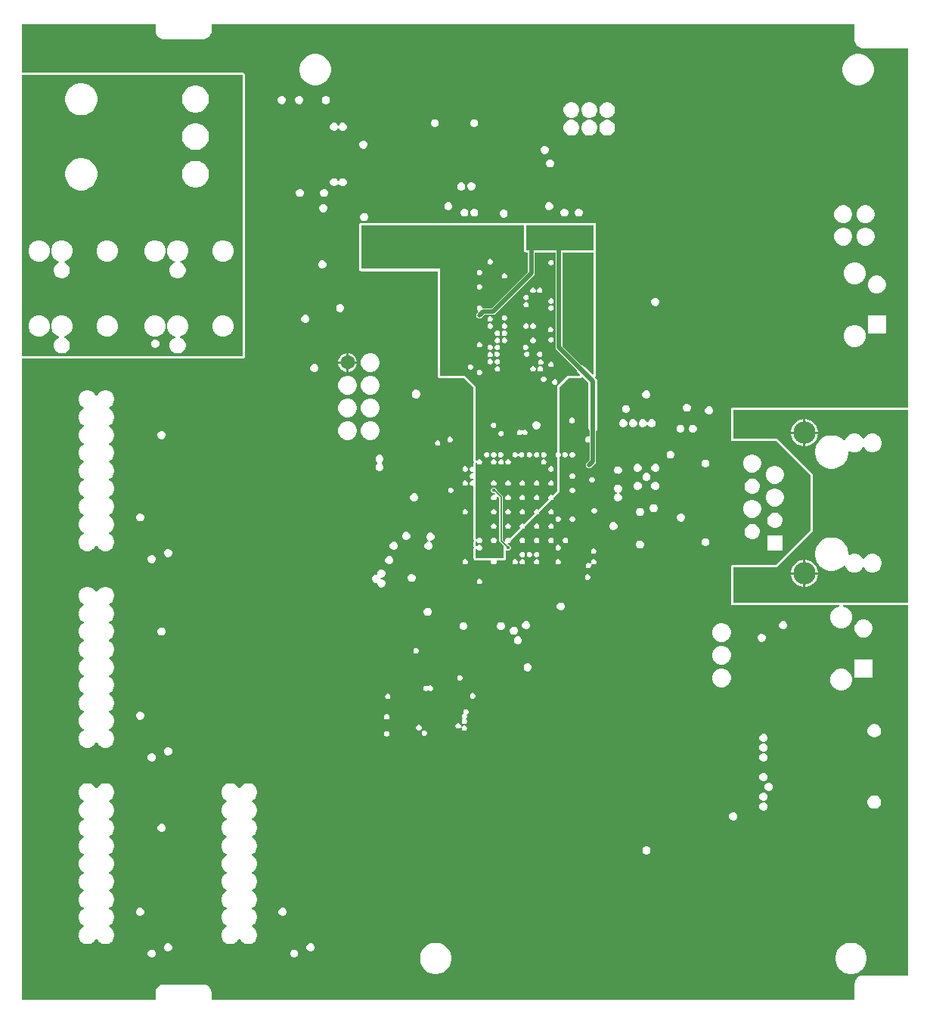
<source format=gbr>
G04*
G04 #@! TF.GenerationSoftware,Altium Limited,Altium Designer,24.2.2 (26)*
G04*
G04 Layer_Physical_Order=5*
G04 Layer_Color=16440176*
%FSLAX44Y44*%
%MOMM*%
G71*
G04*
G04 #@! TF.SameCoordinates,D1F85D35-12B9-47B7-842E-F7ABDB1EEA32*
G04*
G04*
G04 #@! TF.FilePolarity,Positive*
G04*
G01*
G75*
%ADD97C,0.2030*%
%ADD101C,0.5000*%
%ADD104C,1.9000*%
%ADD112C,1.6000*%
%ADD115C,2.5000*%
%ADD117C,0.4000*%
%ADD118C,0.4570*%
G36*
X936116Y1078000D02*
X936153Y1077811D01*
X936134Y1077619D01*
X936230Y1076644D01*
X936396Y1076098D01*
X936507Y1075538D01*
X937254Y1073736D01*
X938096Y1072476D01*
X939475Y1071096D01*
X940736Y1070254D01*
X942538Y1069507D01*
X943098Y1069396D01*
X943644Y1069230D01*
X944619Y1069134D01*
X944811Y1069153D01*
X945000Y1069116D01*
X996116D01*
Y666590D01*
X800000D01*
X799009Y666393D01*
X798169Y665831D01*
X797607Y664991D01*
X797410Y664000D01*
Y632000D01*
X797607Y631009D01*
X798169Y630169D01*
X799009Y629607D01*
X800000Y629410D01*
X847927Y629410D01*
X886410Y590927D01*
Y529073D01*
X847927Y490590D01*
X800000D01*
X799009Y490393D01*
X798169Y489831D01*
X797607Y488991D01*
X797410Y488000D01*
Y448000D01*
X797607Y447009D01*
X798169Y446169D01*
X799009Y445607D01*
X800000Y445410D01*
X918656D01*
X918823Y444140D01*
X916256Y443452D01*
X913454Y441834D01*
X911166Y439546D01*
X909548Y436744D01*
X908710Y433618D01*
Y430382D01*
X909548Y427256D01*
X911166Y424454D01*
X913454Y422166D01*
X916256Y420548D01*
X919382Y419710D01*
X922618D01*
X925744Y420548D01*
X928546Y422166D01*
X930835Y424454D01*
X932452Y427256D01*
X933290Y430382D01*
Y433618D01*
X932452Y436744D01*
X930835Y439546D01*
X928546Y441834D01*
X925744Y443452D01*
X923177Y444140D01*
X923344Y445410D01*
X996116D01*
Y30885D01*
X945000Y30885D01*
X944811Y30847D01*
X944619Y30866D01*
X943644Y30770D01*
X943098Y30604D01*
X942538Y30493D01*
X940736Y29746D01*
X939475Y28904D01*
X938096Y27525D01*
X937254Y26265D01*
X936507Y24462D01*
X936396Y23902D01*
X936230Y23356D01*
X936134Y22381D01*
X936153Y22189D01*
X936116Y22000D01*
X936116Y3885D01*
X215885D01*
Y12000D01*
X215847Y12189D01*
X215866Y12381D01*
X215770Y13356D01*
X215604Y13903D01*
X215493Y14462D01*
X214746Y16265D01*
X213904Y17525D01*
X212525Y18904D01*
X211264Y19746D01*
X209462Y20493D01*
X208902Y20604D01*
X208356Y20770D01*
X207381Y20866D01*
X207189Y20847D01*
X207000Y20885D01*
X162000Y20885D01*
X161811Y20847D01*
X161619Y20866D01*
X160644Y20770D01*
X160098Y20604D01*
X159538Y20493D01*
X157736Y19746D01*
X156475Y18904D01*
X155096Y17525D01*
X154254Y16264D01*
X153507Y14462D01*
X153396Y13902D01*
X153230Y13356D01*
X153134Y12381D01*
X153153Y12189D01*
X153116Y12000D01*
X153116Y3885D01*
X3885D01*
Y721410D01*
X251000D01*
X251991Y721607D01*
X252831Y722169D01*
X253393Y723009D01*
X253590Y724000D01*
Y1039000D01*
X253393Y1039991D01*
X252831Y1040831D01*
X251991Y1041393D01*
X251000Y1041590D01*
X3885D01*
Y1096116D01*
X153116D01*
Y1088000D01*
X153153Y1087811D01*
X153134Y1087619D01*
X153230Y1086644D01*
X153396Y1086098D01*
X153507Y1085538D01*
X154254Y1083736D01*
X155096Y1082476D01*
X156475Y1081096D01*
X157736Y1080254D01*
X159538Y1079508D01*
X160098Y1079396D01*
X160644Y1079230D01*
X161619Y1079134D01*
X161811Y1079153D01*
X162000Y1079116D01*
X207000Y1079116D01*
X207189Y1079153D01*
X207381Y1079134D01*
X208356Y1079230D01*
X208902Y1079396D01*
X209462Y1079508D01*
X211264Y1080254D01*
X212525Y1081096D01*
X213904Y1082476D01*
X214746Y1083736D01*
X215493Y1085538D01*
X215604Y1086098D01*
X215770Y1086644D01*
X215866Y1087619D01*
X215847Y1087811D01*
X215885Y1088000D01*
X215885Y1096116D01*
X936116D01*
Y1078000D01*
D02*
G37*
G36*
X251000Y724000D02*
X3885D01*
Y1039000D01*
X251000D01*
Y724000D01*
D02*
G37*
G36*
X996116Y448000D02*
X800000D01*
Y488000D01*
X849000D01*
X889000Y528000D01*
Y592000D01*
X849000Y632000D01*
X800000Y632000D01*
Y664000D01*
X996116D01*
Y448000D01*
D02*
G37*
%LPC*%
G36*
X941728Y1062540D02*
X938273D01*
X934884Y1061866D01*
X931692Y1060544D01*
X928819Y1058624D01*
X926376Y1056181D01*
X924456Y1053308D01*
X923134Y1050116D01*
X922460Y1046728D01*
Y1043273D01*
X923134Y1039884D01*
X924456Y1036692D01*
X926376Y1033819D01*
X928819Y1031376D01*
X931692Y1029456D01*
X934884Y1028134D01*
X938273Y1027460D01*
X941728D01*
X945116Y1028134D01*
X948308Y1029456D01*
X951181Y1031376D01*
X953624Y1033819D01*
X955544Y1036692D01*
X956866Y1039884D01*
X957540Y1043273D01*
Y1046728D01*
X956866Y1050116D01*
X955544Y1053308D01*
X953624Y1056181D01*
X951181Y1058624D01*
X948308Y1060544D01*
X945116Y1061866D01*
X941728Y1062540D01*
D02*
G37*
G36*
X333728D02*
X330273D01*
X326884Y1061866D01*
X323692Y1060544D01*
X320819Y1058624D01*
X318376Y1056181D01*
X316456Y1053308D01*
X315134Y1050116D01*
X314460Y1046728D01*
Y1043273D01*
X315134Y1039884D01*
X316456Y1036692D01*
X318376Y1033819D01*
X320819Y1031376D01*
X323692Y1029456D01*
X326884Y1028134D01*
X330273Y1027460D01*
X333728D01*
X337116Y1028134D01*
X340308Y1029456D01*
X343181Y1031376D01*
X345624Y1033819D01*
X347544Y1036692D01*
X348866Y1039884D01*
X349540Y1043273D01*
Y1046728D01*
X348866Y1050116D01*
X347544Y1053308D01*
X345624Y1056181D01*
X343181Y1058624D01*
X340308Y1060544D01*
X337116Y1061866D01*
X333728Y1062540D01*
D02*
G37*
G36*
X344903Y1015540D02*
X343097D01*
X341428Y1014849D01*
X340151Y1013572D01*
X339460Y1011903D01*
Y1010097D01*
X340151Y1008428D01*
X341428Y1007151D01*
X343097Y1006460D01*
X344903D01*
X346572Y1007151D01*
X347849Y1008428D01*
X348540Y1010097D01*
Y1011903D01*
X347849Y1013572D01*
X346572Y1014849D01*
X344903Y1015540D01*
D02*
G37*
G36*
X314903D02*
X313097D01*
X311428Y1014849D01*
X310151Y1013572D01*
X309460Y1011903D01*
Y1010097D01*
X310151Y1008428D01*
X311428Y1007151D01*
X313097Y1006460D01*
X314903D01*
X316572Y1007151D01*
X317849Y1008428D01*
X318540Y1010097D01*
Y1011903D01*
X317849Y1013572D01*
X316572Y1014849D01*
X314903Y1015540D01*
D02*
G37*
G36*
X295633D02*
X293827D01*
X292159Y1014849D01*
X290882Y1013572D01*
X290190Y1011903D01*
Y1010097D01*
X290882Y1008428D01*
X292159Y1007151D01*
X293827Y1006460D01*
X295633D01*
X297302Y1007151D01*
X298579Y1008428D01*
X299270Y1010097D01*
Y1011903D01*
X298579Y1013572D01*
X297302Y1014849D01*
X295633Y1015540D01*
D02*
G37*
G36*
X660157Y1008790D02*
X657843D01*
X655607Y1008191D01*
X653603Y1007034D01*
X651966Y1005397D01*
X650809Y1003393D01*
X650210Y1001157D01*
Y998843D01*
X650809Y996607D01*
X651966Y994603D01*
X653603Y992966D01*
X655607Y991809D01*
X657843Y991210D01*
X660157D01*
X662393Y991809D01*
X664397Y992966D01*
X666034Y994603D01*
X667191Y996607D01*
X667790Y998843D01*
Y1001157D01*
X667191Y1003393D01*
X666034Y1005397D01*
X664397Y1007034D01*
X662393Y1008191D01*
X660157Y1008790D01*
D02*
G37*
G36*
X640157D02*
X637843D01*
X635607Y1008191D01*
X633603Y1007034D01*
X631966Y1005397D01*
X630809Y1003393D01*
X630210Y1001157D01*
Y998843D01*
X630809Y996607D01*
X631966Y994603D01*
X633603Y992966D01*
X635607Y991809D01*
X637843Y991210D01*
X640157D01*
X642393Y991809D01*
X644397Y992966D01*
X646034Y994603D01*
X647191Y996607D01*
X647790Y998843D01*
Y1001157D01*
X647191Y1003393D01*
X646034Y1005397D01*
X644397Y1007034D01*
X642393Y1008191D01*
X640157Y1008790D01*
D02*
G37*
G36*
X620157D02*
X617843D01*
X615607Y1008191D01*
X613603Y1007034D01*
X611966Y1005397D01*
X610809Y1003393D01*
X610210Y1001157D01*
Y998843D01*
X610809Y996607D01*
X611966Y994603D01*
X613603Y992966D01*
X615607Y991809D01*
X617843Y991210D01*
X620157D01*
X622393Y991809D01*
X624397Y992966D01*
X626034Y994603D01*
X627191Y996607D01*
X627790Y998843D01*
Y1001157D01*
X627191Y1003393D01*
X626034Y1005397D01*
X624397Y1007034D01*
X622393Y1008191D01*
X620157Y1008790D01*
D02*
G37*
G36*
X363903Y985540D02*
X362097D01*
X360428Y984849D01*
X359151Y983572D01*
X358687Y982452D01*
X357313D01*
X356849Y983572D01*
X355572Y984849D01*
X353903Y985540D01*
X352097D01*
X350428Y984849D01*
X349151Y983572D01*
X348460Y981903D01*
Y980097D01*
X349151Y978428D01*
X350428Y977151D01*
X352097Y976460D01*
X353903D01*
X355572Y977151D01*
X356849Y978428D01*
X357313Y979548D01*
X358687D01*
X359151Y978428D01*
X360428Y977151D01*
X362097Y976460D01*
X363903D01*
X365572Y977151D01*
X366849Y978428D01*
X367540Y980097D01*
Y981903D01*
X366849Y983572D01*
X365572Y984849D01*
X363903Y985540D01*
D02*
G37*
G36*
X510903Y989540D02*
X509097D01*
X507428Y988849D01*
X506151Y987572D01*
X505460Y985903D01*
Y984097D01*
X506151Y982428D01*
X507428Y981151D01*
X509097Y980460D01*
X510903D01*
X512572Y981151D01*
X513849Y982428D01*
X514540Y984097D01*
Y985903D01*
X513849Y987572D01*
X512572Y988849D01*
X510903Y989540D01*
D02*
G37*
G36*
X466903D02*
X465097D01*
X463428Y988849D01*
X462151Y987572D01*
X461460Y985903D01*
Y984097D01*
X462151Y982428D01*
X463428Y981151D01*
X465097Y980460D01*
X466903D01*
X468572Y981151D01*
X469849Y982428D01*
X470540Y984097D01*
Y985903D01*
X469849Y987572D01*
X468572Y988849D01*
X466903Y989540D01*
D02*
G37*
G36*
X660157Y988790D02*
X657843D01*
X655607Y988191D01*
X653603Y987034D01*
X651966Y985397D01*
X650809Y983393D01*
X650210Y981157D01*
Y978843D01*
X650809Y976607D01*
X651966Y974603D01*
X653603Y972966D01*
X655607Y971809D01*
X657843Y971210D01*
X660157D01*
X662393Y971809D01*
X664397Y972966D01*
X666034Y974603D01*
X667191Y976607D01*
X667790Y978843D01*
Y981157D01*
X667191Y983393D01*
X666034Y985397D01*
X664397Y987034D01*
X662393Y988191D01*
X660157Y988790D01*
D02*
G37*
G36*
X640157D02*
X637843D01*
X635607Y988191D01*
X633603Y987034D01*
X631966Y985397D01*
X630809Y983393D01*
X630210Y981157D01*
Y978843D01*
X630809Y976607D01*
X631966Y974603D01*
X633603Y972966D01*
X635607Y971809D01*
X637843Y971210D01*
X640157D01*
X642393Y971809D01*
X644397Y972966D01*
X646034Y974603D01*
X647191Y976607D01*
X647790Y978843D01*
Y981157D01*
X647191Y983393D01*
X646034Y985397D01*
X644397Y987034D01*
X642393Y988191D01*
X640157Y988790D01*
D02*
G37*
G36*
X620157D02*
X617843D01*
X615607Y988191D01*
X613603Y987034D01*
X611966Y985397D01*
X610809Y983393D01*
X610210Y981157D01*
Y978843D01*
X610809Y976607D01*
X611966Y974603D01*
X613603Y972966D01*
X615607Y971809D01*
X617843Y971210D01*
X620157D01*
X622393Y971809D01*
X624397Y972966D01*
X626034Y974603D01*
X627191Y976607D01*
X627790Y978843D01*
Y981157D01*
X627191Y983393D01*
X626034Y985397D01*
X624397Y987034D01*
X622393Y988191D01*
X620157Y988790D01*
D02*
G37*
G36*
X386903Y965540D02*
X385097D01*
X383428Y964849D01*
X382151Y963572D01*
X381460Y961903D01*
Y960097D01*
X382151Y958428D01*
X383428Y957151D01*
X385097Y956460D01*
X386903D01*
X388572Y957151D01*
X389849Y958428D01*
X390540Y960097D01*
Y961903D01*
X389849Y963572D01*
X388572Y964849D01*
X386903Y965540D01*
D02*
G37*
G36*
X589903Y959540D02*
X588097D01*
X586428Y958849D01*
X585151Y957572D01*
X584460Y955903D01*
Y954097D01*
X585151Y952428D01*
X586428Y951151D01*
X588097Y950460D01*
X589903D01*
X591572Y951151D01*
X592849Y952428D01*
X593540Y954097D01*
Y955903D01*
X592849Y957572D01*
X591572Y958849D01*
X589903Y959540D01*
D02*
G37*
G36*
X595903Y944540D02*
X594097D01*
X592428Y943849D01*
X591151Y942572D01*
X590460Y940903D01*
Y939097D01*
X591151Y937428D01*
X592428Y936151D01*
X594097Y935460D01*
X595903D01*
X597572Y936151D01*
X598849Y937428D01*
X599540Y939097D01*
Y940903D01*
X598849Y942572D01*
X597572Y943849D01*
X595903Y944540D01*
D02*
G37*
G36*
X363903Y923540D02*
X362097D01*
X360428Y922849D01*
X359151Y921572D01*
X358687Y920452D01*
X357313D01*
X356849Y921572D01*
X355572Y922849D01*
X353903Y923540D01*
X352097D01*
X350428Y922849D01*
X349151Y921572D01*
X348460Y919903D01*
Y918097D01*
X349151Y916428D01*
X350428Y915151D01*
X352097Y914460D01*
X353903D01*
X355572Y915151D01*
X356849Y916428D01*
X357313Y917548D01*
X358687D01*
X359151Y916428D01*
X360428Y915151D01*
X362097Y914460D01*
X363903D01*
X365572Y915151D01*
X366849Y916428D01*
X367540Y918097D01*
Y919903D01*
X366849Y921572D01*
X365572Y922849D01*
X363903Y923540D01*
D02*
G37*
G36*
X507758Y918982D02*
X505951D01*
X504283Y918290D01*
X503006Y917013D01*
X502314Y915345D01*
Y913539D01*
X503006Y911870D01*
X504283Y910593D01*
X505951Y909902D01*
X507758D01*
X509426Y910593D01*
X510703Y911870D01*
X511395Y913539D01*
Y915345D01*
X510703Y917013D01*
X509426Y918290D01*
X507758Y918982D01*
D02*
G37*
G36*
X496463Y918540D02*
X494657D01*
X492988Y917849D01*
X491711Y916572D01*
X491020Y914903D01*
Y913097D01*
X491711Y911428D01*
X492988Y910151D01*
X494657Y909460D01*
X496463D01*
X498132Y910151D01*
X499409Y911428D01*
X500100Y913097D01*
Y914903D01*
X499409Y916572D01*
X498132Y917849D01*
X496463Y918540D01*
D02*
G37*
G36*
X342903Y911540D02*
X341097D01*
X339428Y910849D01*
X338151Y909572D01*
X337460Y907903D01*
Y906097D01*
X338151Y904428D01*
X339428Y903151D01*
X341097Y902460D01*
X342903D01*
X344572Y903151D01*
X345849Y904428D01*
X346540Y906097D01*
Y907903D01*
X345849Y909572D01*
X344572Y910849D01*
X342903Y911540D01*
D02*
G37*
G36*
X315903D02*
X314097D01*
X312428Y910849D01*
X311151Y909572D01*
X310460Y907903D01*
Y906097D01*
X311151Y904428D01*
X312428Y903151D01*
X314097Y902460D01*
X315903D01*
X317572Y903151D01*
X318849Y904428D01*
X319540Y906097D01*
Y907903D01*
X318849Y909572D01*
X317572Y910849D01*
X315903Y911540D01*
D02*
G37*
G36*
X481987Y896683D02*
X480181D01*
X478512Y895992D01*
X477235Y894715D01*
X476544Y893046D01*
Y891240D01*
X477235Y889571D01*
X478512Y888294D01*
X480181Y887603D01*
X481987D01*
X483656Y888294D01*
X484933Y889571D01*
X485624Y891240D01*
Y893046D01*
X484933Y894715D01*
X483656Y895992D01*
X481987Y896683D01*
D02*
G37*
G36*
X594903Y896540D02*
X593097D01*
X591428Y895849D01*
X590151Y894572D01*
X589460Y892903D01*
Y891097D01*
X590151Y889428D01*
X591428Y888151D01*
X593097Y887460D01*
X594903D01*
X596572Y888151D01*
X597849Y889428D01*
X598540Y891097D01*
Y892903D01*
X597849Y894572D01*
X596572Y895849D01*
X594903Y896540D01*
D02*
G37*
G36*
X341903Y894540D02*
X340097D01*
X338428Y893849D01*
X337151Y892572D01*
X336460Y890903D01*
Y889097D01*
X337151Y887428D01*
X338428Y886151D01*
X340097Y885460D01*
X341903D01*
X343572Y886151D01*
X344849Y887428D01*
X345540Y889097D01*
Y890903D01*
X344849Y892572D01*
X343572Y893849D01*
X341903Y894540D01*
D02*
G37*
G36*
X627903Y889540D02*
X626097D01*
X624428Y888849D01*
X623151Y887572D01*
X622460Y885903D01*
Y884097D01*
X623151Y882428D01*
X624428Y881151D01*
X626097Y880460D01*
X627903D01*
X629572Y881151D01*
X630849Y882428D01*
X631540Y884097D01*
Y885903D01*
X630849Y887572D01*
X629572Y888849D01*
X627903Y889540D01*
D02*
G37*
G36*
X611903D02*
X610097D01*
X608428Y888849D01*
X607151Y887572D01*
X606460Y885903D01*
Y884097D01*
X607151Y882428D01*
X608428Y881151D01*
X610097Y880460D01*
X611903D01*
X613572Y881151D01*
X614849Y882428D01*
X615540Y884097D01*
Y885903D01*
X614849Y887572D01*
X613572Y888849D01*
X611903Y889540D01*
D02*
G37*
G36*
X510903D02*
X509097D01*
X507428Y888849D01*
X506151Y887572D01*
X505460Y885903D01*
Y884097D01*
X506151Y882428D01*
X507428Y881151D01*
X509097Y880460D01*
X510903D01*
X512572Y881151D01*
X513849Y882428D01*
X514540Y884097D01*
Y885903D01*
X513849Y887572D01*
X512572Y888849D01*
X510903Y889540D01*
D02*
G37*
G36*
X499903D02*
X498097D01*
X496428Y888849D01*
X495151Y887572D01*
X494460Y885903D01*
Y884097D01*
X495151Y882428D01*
X496428Y881151D01*
X498097Y880460D01*
X499903D01*
X501572Y881151D01*
X502849Y882428D01*
X503540Y884097D01*
Y885903D01*
X502849Y887572D01*
X501572Y888849D01*
X499903Y889540D01*
D02*
G37*
G36*
X543903Y888540D02*
X542097D01*
X540428Y887849D01*
X539151Y886572D01*
X538460Y884903D01*
Y883097D01*
X539151Y881428D01*
X540428Y880151D01*
X542097Y879460D01*
X543903D01*
X545572Y880151D01*
X546849Y881428D01*
X547540Y883097D01*
Y884903D01*
X546849Y886572D01*
X545572Y887849D01*
X543903Y888540D01*
D02*
G37*
G36*
X387903Y884540D02*
X386097D01*
X384428Y883849D01*
X383151Y882572D01*
X382460Y880903D01*
Y879097D01*
X383151Y877428D01*
X384428Y876151D01*
X386097Y875460D01*
X387903D01*
X389572Y876151D01*
X390849Y877428D01*
X391540Y879097D01*
Y880903D01*
X390849Y882572D01*
X389572Y883849D01*
X387903Y884540D01*
D02*
G37*
G36*
X644000Y873590D02*
X568000D01*
X567009Y873393D01*
X566705Y873190D01*
X566401Y873393D01*
X565410Y873590D01*
X384000D01*
X383009Y873393D01*
X382169Y872831D01*
X381607Y871991D01*
X381410Y871000D01*
Y822000D01*
X381607Y821009D01*
X382169Y820169D01*
X383009Y819607D01*
X384000Y819410D01*
X469410Y819410D01*
Y702000D01*
X469607Y701009D01*
X470169Y700169D01*
X471009Y699607D01*
X472000Y699410D01*
X498927D01*
X509410Y688927D01*
Y607553D01*
X509460Y607303D01*
Y607048D01*
X509558Y606812D01*
X509607Y606562D01*
X509749Y606350D01*
X509847Y606115D01*
X509961Y606000D01*
X509847Y605885D01*
X509749Y605650D01*
X509607Y605438D01*
X509558Y605187D01*
X509460Y604952D01*
Y604697D01*
X509410Y604447D01*
Y601561D01*
X508470Y600932D01*
X507268D01*
X506158Y600473D01*
X505309Y599623D01*
X504849Y598513D01*
Y597312D01*
X505309Y596202D01*
X506158Y595352D01*
X507268Y594893D01*
X508470D01*
X508868Y594626D01*
Y594194D01*
X507663Y593020D01*
X507434D01*
X506324Y592560D01*
X505475Y591711D01*
X505015Y590601D01*
Y589399D01*
X505475Y588289D01*
X506324Y587440D01*
X507434Y586980D01*
X508636D01*
X509070Y586690D01*
Y586096D01*
X507930Y585020D01*
X507399D01*
X506289Y584560D01*
X505440Y583711D01*
X504980Y582601D01*
Y581399D01*
X505440Y580289D01*
X506289Y579440D01*
X507399Y578980D01*
X508601D01*
X509410Y578439D01*
Y519553D01*
X509460Y519303D01*
Y519048D01*
X509558Y518812D01*
X509607Y518562D01*
X509749Y518350D01*
X509847Y518115D01*
X509961Y518000D01*
X509847Y517885D01*
X509749Y517650D01*
X509607Y517438D01*
X509558Y517188D01*
X509460Y516952D01*
Y516697D01*
X509410Y516447D01*
Y511553D01*
X509460Y511303D01*
Y511048D01*
X509558Y510812D01*
X509607Y510562D01*
X509749Y510350D01*
X509847Y510115D01*
X509961Y510000D01*
X509847Y509885D01*
X509749Y509650D01*
X509607Y509438D01*
X509558Y509187D01*
X509460Y508952D01*
Y508697D01*
X509410Y508447D01*
Y498000D01*
X509607Y497009D01*
X510169Y496169D01*
X511009Y495607D01*
X512000Y495410D01*
X528439D01*
X528980Y494601D01*
Y493399D01*
X529440Y492289D01*
X530289Y491440D01*
X531399Y490980D01*
X532601D01*
X533711Y491440D01*
X534560Y492289D01*
X535020Y493399D01*
Y494601D01*
X535561Y495410D01*
X543000D01*
X543991Y495607D01*
X544831Y496169D01*
X545393Y497009D01*
X545590Y498000D01*
Y506480D01*
X546860Y507203D01*
X547399Y506980D01*
X548601D01*
X549711Y507440D01*
X550560Y508289D01*
X551020Y509399D01*
Y510601D01*
X550560Y511711D01*
X549711Y512560D01*
X548601Y513020D01*
X548008D01*
X547157Y513933D01*
X547750Y514980D01*
X548601D01*
X549711Y515440D01*
X550560Y516289D01*
X551020Y517399D01*
Y518021D01*
X551757Y518514D01*
X551757Y518514D01*
X551757Y518514D01*
X563486Y530243D01*
X563486Y530243D01*
X563486Y530243D01*
X563979Y530980D01*
X564601D01*
X565711Y531440D01*
X566560Y532289D01*
X567020Y533399D01*
Y534021D01*
X567423Y534291D01*
X567757Y534514D01*
X579486Y546243D01*
X579979Y546980D01*
X580601D01*
X581711Y547440D01*
X582560Y548289D01*
X583020Y549399D01*
Y550021D01*
X583757Y550514D01*
X595486Y562243D01*
X595709Y562577D01*
X595979Y562980D01*
X596601D01*
X597711Y563440D01*
X598560Y564289D01*
X599020Y565399D01*
Y566021D01*
X599757Y566514D01*
X599757Y566514D01*
X599757Y566514D01*
X605122Y571878D01*
X605123Y571881D01*
X605126Y571883D01*
X605403Y572299D01*
X605683Y572718D01*
X605684Y572722D01*
X605686Y572724D01*
X605782Y573218D01*
X605880Y573709D01*
X605880Y573713D01*
X605880Y573716D01*
X605866Y579446D01*
X605788Y611070D01*
X605713Y611442D01*
X606560Y612289D01*
X607020Y613399D01*
Y614601D01*
X606560Y615711D01*
X605711Y616560D01*
X605688Y616570D01*
X605695Y616627D01*
X605773Y617020D01*
X605772Y617023D01*
X605773Y617026D01*
X605710Y642466D01*
X605594Y689467D01*
X615537Y699410D01*
X628073D01*
X629064Y699607D01*
X629905Y700169D01*
X631485Y700248D01*
X637861Y693872D01*
Y644000D01*
X638252Y642033D01*
X639366Y640366D01*
X639411Y640337D01*
Y634519D01*
X638141Y633796D01*
X637601Y634020D01*
X636399D01*
X635289Y633560D01*
X634440Y632711D01*
X633980Y631601D01*
Y630399D01*
X634440Y629289D01*
X635289Y628440D01*
X636399Y627980D01*
X637601D01*
X638141Y628204D01*
X639411Y627481D01*
Y607807D01*
X636249Y604644D01*
X635471Y603480D01*
X635198Y602107D01*
X635471Y600733D01*
X636249Y599569D01*
X637413Y598791D01*
X638787Y598517D01*
X640160Y598791D01*
X641324Y599569D01*
X645538Y603782D01*
X646316Y604947D01*
X646589Y606320D01*
Y640337D01*
X646634Y640366D01*
X647748Y642033D01*
X648139Y644000D01*
Y696000D01*
X647748Y697967D01*
X646634Y699634D01*
X645752Y700515D01*
X645831Y702095D01*
X646393Y702936D01*
X646590Y703927D01*
Y840410D01*
X646393Y841401D01*
X646190Y841705D01*
X646393Y842009D01*
X646590Y843000D01*
Y871000D01*
X646393Y871991D01*
X645831Y872831D01*
X644991Y873393D01*
X644000Y873590D01*
D02*
G37*
G36*
X949540Y893224D02*
X946896D01*
X944343Y892540D01*
X942053Y891218D01*
X940184Y889349D01*
X938862Y887059D01*
X938178Y884506D01*
Y881862D01*
X938862Y879309D01*
X940184Y877019D01*
X942053Y875150D01*
X944343Y873828D01*
X946896Y873144D01*
X949540D01*
X952093Y873828D01*
X954383Y875150D01*
X956252Y877019D01*
X957574Y879309D01*
X958258Y881862D01*
Y884506D01*
X957574Y887059D01*
X956252Y889349D01*
X954383Y891218D01*
X952093Y892540D01*
X949540Y893224D01*
D02*
G37*
G36*
X924540D02*
X921896D01*
X919343Y892540D01*
X917053Y891218D01*
X915184Y889349D01*
X913862Y887059D01*
X913178Y884506D01*
Y881862D01*
X913862Y879309D01*
X915184Y877019D01*
X917053Y875150D01*
X919343Y873828D01*
X921896Y873144D01*
X924540D01*
X927093Y873828D01*
X929383Y875150D01*
X931252Y877019D01*
X932574Y879309D01*
X933258Y881862D01*
Y884506D01*
X932574Y887059D01*
X931252Y889349D01*
X929383Y891218D01*
X927093Y892540D01*
X924540Y893224D01*
D02*
G37*
G36*
X949540Y868224D02*
X946896D01*
X944343Y867540D01*
X942053Y866218D01*
X940184Y864349D01*
X938862Y862059D01*
X938178Y859506D01*
Y856862D01*
X938862Y854309D01*
X940184Y852019D01*
X942053Y850150D01*
X944343Y848828D01*
X946896Y848144D01*
X949540D01*
X952093Y848828D01*
X954383Y850150D01*
X956252Y852019D01*
X957574Y854309D01*
X958258Y856862D01*
Y859506D01*
X957574Y862059D01*
X956252Y864349D01*
X954383Y866218D01*
X952093Y867540D01*
X949540Y868224D01*
D02*
G37*
G36*
X924540D02*
X921896D01*
X919343Y867540D01*
X917053Y866218D01*
X915184Y864349D01*
X913862Y862059D01*
X913178Y859506D01*
Y856862D01*
X913862Y854309D01*
X915184Y852019D01*
X917053Y850150D01*
X919343Y848828D01*
X921896Y848144D01*
X924540D01*
X927093Y848828D01*
X929383Y850150D01*
X931252Y852019D01*
X932574Y854309D01*
X933258Y856862D01*
Y859506D01*
X932574Y862059D01*
X931252Y864349D01*
X929383Y866218D01*
X927093Y867540D01*
X924540Y868224D01*
D02*
G37*
G36*
X340903Y831540D02*
X339097D01*
X337428Y830849D01*
X336151Y829572D01*
X335460Y827903D01*
Y826097D01*
X336151Y824428D01*
X337428Y823151D01*
X339097Y822460D01*
X340903D01*
X342572Y823151D01*
X343849Y824428D01*
X344540Y826097D01*
Y827903D01*
X343849Y829572D01*
X342572Y830849D01*
X340903Y831540D01*
D02*
G37*
G36*
X937618Y829290D02*
X934382D01*
X931256Y828453D01*
X928454Y826834D01*
X926166Y824546D01*
X924548Y821744D01*
X923710Y818618D01*
Y815382D01*
X924548Y812256D01*
X926166Y809454D01*
X928454Y807166D01*
X931256Y805548D01*
X934382Y804710D01*
X937618D01*
X940744Y805548D01*
X943546Y807166D01*
X945835Y809454D01*
X947452Y812256D01*
X948290Y815382D01*
Y818618D01*
X947452Y821744D01*
X945835Y824546D01*
X943546Y826834D01*
X940744Y828453D01*
X937618Y829290D01*
D02*
G37*
G36*
X962327Y814580D02*
X959673D01*
X957109Y813893D01*
X954811Y812566D01*
X952934Y810689D01*
X951607Y808391D01*
X950920Y805827D01*
Y803173D01*
X951607Y800609D01*
X952934Y798311D01*
X954811Y796434D01*
X957109Y795107D01*
X959673Y794420D01*
X962327D01*
X964891Y795107D01*
X967189Y796434D01*
X969066Y798311D01*
X970393Y800609D01*
X971080Y803173D01*
Y805827D01*
X970393Y808391D01*
X969066Y810689D01*
X967189Y812566D01*
X964891Y813893D01*
X962327Y814580D01*
D02*
G37*
G36*
X713903Y789540D02*
X712097D01*
X710428Y788849D01*
X709151Y787572D01*
X708460Y785903D01*
Y784097D01*
X709151Y782428D01*
X710428Y781151D01*
X712097Y780460D01*
X713903D01*
X715572Y781151D01*
X716849Y782428D01*
X717540Y784097D01*
Y785903D01*
X716849Y787572D01*
X715572Y788849D01*
X713903Y789540D01*
D02*
G37*
G36*
X360903Y782540D02*
X359097D01*
X357428Y781849D01*
X356151Y780572D01*
X355460Y778903D01*
Y777097D01*
X356151Y775428D01*
X357428Y774151D01*
X359097Y773460D01*
X360903D01*
X362572Y774151D01*
X363849Y775428D01*
X364540Y777097D01*
Y778903D01*
X363849Y780572D01*
X362572Y781849D01*
X360903Y782540D01*
D02*
G37*
G36*
X321903Y770540D02*
X320097D01*
X318428Y769849D01*
X317151Y768572D01*
X316460Y766903D01*
Y765097D01*
X317151Y763428D01*
X318428Y762151D01*
X320097Y761460D01*
X321903D01*
X323572Y762151D01*
X324849Y763428D01*
X325540Y765097D01*
Y766903D01*
X324849Y768572D01*
X323572Y769849D01*
X321903Y770540D01*
D02*
G37*
G36*
X971080Y769580D02*
X950920D01*
Y749420D01*
X971080D01*
Y769580D01*
D02*
G37*
G36*
X937618Y759290D02*
X934382D01*
X931256Y758453D01*
X928454Y756834D01*
X926166Y754546D01*
X924548Y751744D01*
X923710Y748618D01*
Y745382D01*
X924548Y742256D01*
X926166Y739454D01*
X928454Y737166D01*
X931256Y735548D01*
X934382Y734710D01*
X937618D01*
X940744Y735548D01*
X943546Y737166D01*
X945835Y739454D01*
X947452Y742256D01*
X948290Y745382D01*
Y748618D01*
X947452Y751744D01*
X945835Y754546D01*
X943546Y756834D01*
X940744Y758453D01*
X937618Y759290D01*
D02*
G37*
G36*
X369688Y727640D02*
X369570D01*
Y718370D01*
X378840D01*
Y718488D01*
X378122Y721168D01*
X376734Y723572D01*
X374772Y725534D01*
X372368Y726922D01*
X369688Y727640D01*
D02*
G37*
G36*
X367030D02*
X366912D01*
X364232Y726922D01*
X361828Y725534D01*
X359866Y723572D01*
X358478Y721168D01*
X357760Y718488D01*
Y718370D01*
X367030D01*
Y727640D01*
D02*
G37*
G36*
X395088D02*
X392312D01*
X389632Y726922D01*
X387228Y725534D01*
X385266Y723572D01*
X383878Y721168D01*
X383160Y718488D01*
Y715712D01*
X383878Y713032D01*
X385266Y710628D01*
X387228Y708666D01*
X389632Y707278D01*
X392312Y706560D01*
X395088D01*
X397768Y707278D01*
X400172Y708666D01*
X402134Y710628D01*
X403522Y713032D01*
X404240Y715712D01*
Y718488D01*
X403522Y721168D01*
X402134Y723572D01*
X400172Y725534D01*
X397768Y726922D01*
X395088Y727640D01*
D02*
G37*
G36*
X378840Y715830D02*
X369570D01*
Y706560D01*
X369688D01*
X372368Y707278D01*
X374772Y708666D01*
X376734Y710628D01*
X378122Y713032D01*
X378840Y715712D01*
Y715830D01*
D02*
G37*
G36*
X367030D02*
X357760D01*
Y715712D01*
X358478Y713032D01*
X359866Y710628D01*
X361828Y708666D01*
X364232Y707278D01*
X366912Y706560D01*
X367030D01*
Y715830D01*
D02*
G37*
G36*
X331903Y715540D02*
X330097D01*
X328428Y714849D01*
X327151Y713572D01*
X326460Y711903D01*
Y710097D01*
X327151Y708428D01*
X328428Y707151D01*
X330097Y706460D01*
X331903D01*
X333572Y707151D01*
X334849Y708428D01*
X335540Y710097D01*
Y711903D01*
X334849Y713572D01*
X333572Y714849D01*
X331903Y715540D01*
D02*
G37*
G36*
X395088Y702240D02*
X392312D01*
X389632Y701522D01*
X387228Y700134D01*
X385266Y698172D01*
X383878Y695768D01*
X383160Y693088D01*
Y690312D01*
X383878Y687632D01*
X385266Y685228D01*
X387228Y683266D01*
X389632Y681878D01*
X392312Y681160D01*
X395088D01*
X397768Y681878D01*
X400172Y683266D01*
X402134Y685228D01*
X403522Y687632D01*
X404240Y690312D01*
Y693088D01*
X403522Y695768D01*
X402134Y698172D01*
X400172Y700134D01*
X397768Y701522D01*
X395088Y702240D01*
D02*
G37*
G36*
X369688D02*
X366912D01*
X364232Y701522D01*
X361828Y700134D01*
X359866Y698172D01*
X358478Y695768D01*
X357760Y693088D01*
Y690312D01*
X358478Y687632D01*
X359866Y685228D01*
X361828Y683266D01*
X364232Y681878D01*
X366912Y681160D01*
X369688D01*
X372368Y681878D01*
X374772Y683266D01*
X376734Y685228D01*
X378122Y687632D01*
X378840Y690312D01*
Y693088D01*
X378122Y695768D01*
X376734Y698172D01*
X374772Y700134D01*
X372368Y701522D01*
X369688Y702240D01*
D02*
G37*
G36*
X98322Y686100D02*
X95678D01*
X93125Y685416D01*
X90835Y684094D01*
X88966Y682225D01*
X87662Y679967D01*
X87386Y679901D01*
X86614D01*
X86338Y679967D01*
X85034Y682225D01*
X83165Y684094D01*
X80875Y685416D01*
X78322Y686100D01*
X75678D01*
X73125Y685416D01*
X70835Y684094D01*
X68966Y682225D01*
X67644Y679935D01*
X66960Y677382D01*
Y674738D01*
X67644Y672185D01*
X68966Y669895D01*
X70835Y668026D01*
X73094Y666722D01*
X73159Y666446D01*
Y665674D01*
X73094Y665398D01*
X70835Y664094D01*
X68966Y662225D01*
X67644Y659935D01*
X66960Y657382D01*
Y654738D01*
X67644Y652185D01*
X68966Y649895D01*
X70835Y648026D01*
X73094Y646722D01*
X73159Y646446D01*
Y645674D01*
X73094Y645398D01*
X70835Y644094D01*
X68966Y642225D01*
X67644Y639935D01*
X66960Y637382D01*
Y634738D01*
X67644Y632185D01*
X68966Y629895D01*
X70835Y628026D01*
X73094Y626722D01*
X73159Y626446D01*
Y625674D01*
X73094Y625398D01*
X70835Y624094D01*
X68966Y622225D01*
X67644Y619935D01*
X66960Y617382D01*
Y614738D01*
X67644Y612185D01*
X68966Y609895D01*
X70835Y608026D01*
X73094Y606722D01*
X73159Y606446D01*
Y605674D01*
X73094Y605398D01*
X70835Y604094D01*
X68966Y602225D01*
X67644Y599935D01*
X66960Y597382D01*
Y594738D01*
X67644Y592185D01*
X68966Y589895D01*
X70835Y588026D01*
X73094Y586722D01*
X73159Y586446D01*
Y585674D01*
X73094Y585398D01*
X70835Y584094D01*
X68966Y582225D01*
X67644Y579935D01*
X66960Y577382D01*
Y574738D01*
X67644Y572185D01*
X68966Y569895D01*
X70835Y568026D01*
X73094Y566722D01*
X73159Y566446D01*
Y565674D01*
X73094Y565398D01*
X70835Y564094D01*
X68966Y562225D01*
X67644Y559935D01*
X66960Y557382D01*
Y554738D01*
X67644Y552185D01*
X68966Y549895D01*
X70835Y548026D01*
X73094Y546722D01*
X73159Y546446D01*
Y545674D01*
X73094Y545398D01*
X70835Y544094D01*
X68966Y542225D01*
X67644Y539935D01*
X66960Y537382D01*
Y534738D01*
X67644Y532185D01*
X68966Y529895D01*
X70835Y528026D01*
X73094Y526722D01*
X73159Y526446D01*
Y525674D01*
X73094Y525398D01*
X70835Y524094D01*
X68966Y522225D01*
X67644Y519935D01*
X66960Y517382D01*
Y514738D01*
X67644Y512185D01*
X68966Y509895D01*
X70835Y508026D01*
X73125Y506704D01*
X75678Y506020D01*
X78322D01*
X80875Y506704D01*
X83165Y508026D01*
X85034Y509895D01*
X86338Y512154D01*
X86614Y512219D01*
X87386D01*
X87662Y512154D01*
X88966Y509895D01*
X90835Y508026D01*
X93125Y506704D01*
X95678Y506020D01*
X98322D01*
X100875Y506704D01*
X103165Y508026D01*
X105034Y509895D01*
X106356Y512185D01*
X107040Y514738D01*
Y517382D01*
X106356Y519935D01*
X105034Y522225D01*
X103165Y524094D01*
X100906Y525398D01*
X100841Y525674D01*
Y526446D01*
X100906Y526722D01*
X103165Y528026D01*
X105034Y529895D01*
X106356Y532185D01*
X107040Y534738D01*
Y537382D01*
X106356Y539935D01*
X105034Y542225D01*
X103165Y544094D01*
X100906Y545398D01*
X100841Y545674D01*
Y546446D01*
X100906Y546722D01*
X103165Y548026D01*
X105034Y549895D01*
X106356Y552185D01*
X107040Y554738D01*
Y557382D01*
X106356Y559935D01*
X105034Y562225D01*
X103165Y564094D01*
X100906Y565398D01*
X100841Y565674D01*
Y566446D01*
X100906Y566722D01*
X103165Y568026D01*
X105034Y569895D01*
X106356Y572185D01*
X107040Y574738D01*
Y577382D01*
X106356Y579935D01*
X105034Y582225D01*
X103165Y584094D01*
X100906Y585398D01*
X100841Y585674D01*
Y586446D01*
X100906Y586722D01*
X103165Y588026D01*
X105034Y589895D01*
X106356Y592185D01*
X107040Y594738D01*
Y597382D01*
X106356Y599935D01*
X105034Y602225D01*
X103165Y604094D01*
X100906Y605398D01*
X100841Y605674D01*
Y606446D01*
X100906Y606722D01*
X103165Y608026D01*
X105034Y609895D01*
X106356Y612185D01*
X107040Y614738D01*
Y617382D01*
X106356Y619935D01*
X105034Y622225D01*
X103165Y624094D01*
X100906Y625398D01*
X100841Y625674D01*
Y626446D01*
X100906Y626722D01*
X103165Y628026D01*
X105034Y629895D01*
X106356Y632185D01*
X107040Y634738D01*
Y637382D01*
X106356Y639935D01*
X105034Y642225D01*
X103165Y644094D01*
X100906Y645398D01*
X100841Y645674D01*
Y646446D01*
X100906Y646722D01*
X103165Y648026D01*
X105034Y649895D01*
X106356Y652185D01*
X107040Y654738D01*
Y657382D01*
X106356Y659935D01*
X105034Y662225D01*
X103165Y664094D01*
X100906Y665398D01*
X100841Y665674D01*
Y666446D01*
X100906Y666722D01*
X103165Y668026D01*
X105034Y669895D01*
X106356Y672185D01*
X107040Y674738D01*
Y677382D01*
X106356Y679935D01*
X105034Y682225D01*
X103165Y684094D01*
X100875Y685416D01*
X98322Y686100D01*
D02*
G37*
G36*
X445960Y686825D02*
X444040D01*
X442267Y686090D01*
X440910Y684733D01*
X440175Y682960D01*
Y681040D01*
X440910Y679267D01*
X442267Y677910D01*
X444040Y677175D01*
X445960D01*
X447733Y677910D01*
X449090Y679267D01*
X449825Y681040D01*
Y682960D01*
X449090Y684733D01*
X447733Y686090D01*
X445960Y686825D01*
D02*
G37*
G36*
X703553Y685885D02*
X701747D01*
X700078Y685194D01*
X698801Y683917D01*
X698110Y682248D01*
Y680442D01*
X698801Y678774D01*
X700078Y677496D01*
X701747Y676805D01*
X703553D01*
X705221Y677496D01*
X706499Y678774D01*
X707190Y680442D01*
Y682248D01*
X706499Y683917D01*
X705221Y685194D01*
X703553Y685885D01*
D02*
G37*
G36*
X748903Y671030D02*
X747097D01*
X745428Y670339D01*
X744151Y669062D01*
X743460Y667393D01*
Y665587D01*
X744151Y663918D01*
X745428Y662641D01*
X747097Y661950D01*
X748903D01*
X750572Y662641D01*
X751849Y663918D01*
X752540Y665587D01*
Y667393D01*
X751849Y669062D01*
X750572Y670339D01*
X748903Y671030D01*
D02*
G37*
G36*
X680903Y669540D02*
X679097D01*
X677428Y668849D01*
X676151Y667572D01*
X675460Y665903D01*
Y664097D01*
X676151Y662428D01*
X677428Y661151D01*
X679097Y660460D01*
X680903D01*
X682572Y661151D01*
X683849Y662428D01*
X684540Y664097D01*
Y665903D01*
X683849Y667572D01*
X682572Y668849D01*
X680903Y669540D01*
D02*
G37*
G36*
X773903Y668030D02*
X772097D01*
X770428Y667339D01*
X769151Y666062D01*
X768460Y664393D01*
Y662587D01*
X769151Y660918D01*
X770428Y659641D01*
X772097Y658950D01*
X773903D01*
X775572Y659641D01*
X776849Y660918D01*
X777540Y662587D01*
Y664393D01*
X776849Y666062D01*
X775572Y667339D01*
X773903Y668030D01*
D02*
G37*
G36*
X395088Y676840D02*
X392312D01*
X389632Y676122D01*
X387228Y674734D01*
X385266Y672772D01*
X383878Y670368D01*
X383160Y667688D01*
Y664912D01*
X383878Y662232D01*
X385266Y659828D01*
X387228Y657866D01*
X389632Y656478D01*
X392312Y655760D01*
X395088D01*
X397768Y656478D01*
X400172Y657866D01*
X402134Y659828D01*
X403522Y662232D01*
X404240Y664912D01*
Y667688D01*
X403522Y670368D01*
X402134Y672772D01*
X400172Y674734D01*
X397768Y676122D01*
X395088Y676840D01*
D02*
G37*
G36*
X369688D02*
X366912D01*
X364232Y676122D01*
X361828Y674734D01*
X359866Y672772D01*
X358478Y670368D01*
X357760Y667688D01*
Y664912D01*
X358478Y662232D01*
X359866Y659828D01*
X361828Y657866D01*
X364232Y656478D01*
X366912Y655760D01*
X369688D01*
X372368Y656478D01*
X374772Y657866D01*
X376734Y659828D01*
X378122Y662232D01*
X378840Y664912D01*
Y667688D01*
X378122Y670368D01*
X376734Y672772D01*
X374772Y674734D01*
X372368Y676122D01*
X369688Y676840D01*
D02*
G37*
G36*
X709903Y653540D02*
X708097D01*
X706428Y652849D01*
X705151Y651572D01*
X704687Y650452D01*
X703313D01*
X702849Y651572D01*
X701572Y652849D01*
X699903Y653540D01*
X698097D01*
X696428Y652849D01*
X695151Y651572D01*
X694460Y649903D01*
Y648097D01*
X695151Y646428D01*
X696428Y645151D01*
X698097Y644460D01*
X699903D01*
X701572Y645151D01*
X702849Y646428D01*
X703313Y647548D01*
X704687D01*
X705151Y646428D01*
X706428Y645151D01*
X708097Y644460D01*
X709903D01*
X711572Y645151D01*
X712849Y646428D01*
X713540Y648097D01*
Y649903D01*
X712849Y651572D01*
X711572Y652849D01*
X709903Y653540D01*
D02*
G37*
G36*
X620182Y655238D02*
X618981D01*
X617871Y654778D01*
X617021Y653929D01*
X616561Y652819D01*
Y651617D01*
X617021Y650507D01*
X617871Y649658D01*
X618981Y649198D01*
X620182D01*
X621292Y649658D01*
X622142Y650507D01*
X622601Y651617D01*
Y652819D01*
X622142Y653929D01*
X621292Y654778D01*
X620182Y655238D01*
D02*
G37*
G36*
X688903Y653540D02*
X687097D01*
X685428Y652849D01*
X684151Y651572D01*
X683460Y649903D01*
Y648097D01*
X684151Y646428D01*
X685428Y645151D01*
X687097Y644460D01*
X688903D01*
X690572Y645151D01*
X691849Y646428D01*
X692540Y648097D01*
Y649903D01*
X691849Y651572D01*
X690572Y652849D01*
X688903Y653540D01*
D02*
G37*
G36*
X677903D02*
X676097D01*
X674428Y652849D01*
X673151Y651572D01*
X672460Y649903D01*
Y648097D01*
X673151Y646428D01*
X674428Y645151D01*
X676097Y644460D01*
X677903D01*
X679572Y645151D01*
X680849Y646428D01*
X681540Y648097D01*
Y649903D01*
X680849Y651572D01*
X679572Y652849D01*
X677903Y653540D01*
D02*
G37*
G36*
X755903Y647540D02*
X754097D01*
X752428Y646849D01*
X751151Y645572D01*
X750460Y643903D01*
Y642097D01*
X751151Y640428D01*
X752428Y639151D01*
X754097Y638460D01*
X755903D01*
X757572Y639151D01*
X758849Y640428D01*
X759540Y642097D01*
Y643903D01*
X758849Y645572D01*
X757572Y646849D01*
X755903Y647540D01*
D02*
G37*
G36*
X741903D02*
X740097D01*
X738428Y646849D01*
X737151Y645572D01*
X736460Y643903D01*
Y642097D01*
X737151Y640428D01*
X738428Y639151D01*
X740097Y638460D01*
X741903D01*
X743572Y639151D01*
X744849Y640428D01*
X745540Y642097D01*
Y643903D01*
X744849Y645572D01*
X743572Y646849D01*
X741903Y647540D01*
D02*
G37*
G36*
X160903Y640540D02*
X159097D01*
X157428Y639849D01*
X156151Y638572D01*
X155460Y636903D01*
Y635097D01*
X156151Y633428D01*
X157428Y632151D01*
X159097Y631460D01*
X160903D01*
X162572Y632151D01*
X163849Y633428D01*
X164540Y635097D01*
Y636903D01*
X163849Y638572D01*
X162572Y639849D01*
X160903Y640540D01*
D02*
G37*
G36*
X395088Y651440D02*
X392312D01*
X389632Y650722D01*
X387228Y649334D01*
X385266Y647372D01*
X383878Y644968D01*
X383160Y642288D01*
Y639512D01*
X383878Y636832D01*
X385266Y634428D01*
X387228Y632466D01*
X389632Y631078D01*
X392312Y630360D01*
X395088D01*
X397768Y631078D01*
X400172Y632466D01*
X402134Y634428D01*
X403522Y636832D01*
X404240Y639512D01*
Y642288D01*
X403522Y644968D01*
X402134Y647372D01*
X400172Y649334D01*
X397768Y650722D01*
X395088Y651440D01*
D02*
G37*
G36*
X369688D02*
X366912D01*
X364232Y650722D01*
X361828Y649334D01*
X359866Y647372D01*
X358478Y644968D01*
X357760Y642288D01*
Y639512D01*
X358478Y636832D01*
X359866Y634428D01*
X361828Y632466D01*
X364232Y631078D01*
X366912Y630360D01*
X369688D01*
X372368Y631078D01*
X374772Y632466D01*
X376734Y634428D01*
X378122Y636832D01*
X378840Y639512D01*
Y642288D01*
X378122Y644968D01*
X376734Y647372D01*
X374772Y649334D01*
X372368Y650722D01*
X369688Y651440D01*
D02*
G37*
G36*
X483601Y634020D02*
X482399D01*
X481289Y633560D01*
X480440Y632711D01*
X479980Y631601D01*
Y630399D01*
X480440Y629289D01*
X481289Y628440D01*
X482399Y627980D01*
X483601D01*
X484711Y628440D01*
X485560Y629289D01*
X486020Y630399D01*
Y631601D01*
X485560Y632711D01*
X484711Y633560D01*
X483601Y634020D01*
D02*
G37*
G36*
X469601Y630020D02*
X468399D01*
X467289Y629560D01*
X466440Y628711D01*
X465980Y627601D01*
Y626399D01*
X466440Y625289D01*
X467289Y624440D01*
X468399Y623980D01*
X469601D01*
X470711Y624440D01*
X471560Y625289D01*
X472020Y626399D01*
Y627601D01*
X471560Y628711D01*
X470711Y629560D01*
X469601Y630020D01*
D02*
G37*
G36*
X620601Y617020D02*
X619399D01*
X618289Y616560D01*
X617440Y615711D01*
X616980Y614601D01*
Y613399D01*
X617440Y612289D01*
X618289Y611440D01*
X619399Y610980D01*
X620601D01*
X621711Y611440D01*
X622560Y612289D01*
X623020Y613399D01*
Y614601D01*
X622560Y615711D01*
X621711Y616560D01*
X620601Y617020D01*
D02*
G37*
G36*
X612353Y616853D02*
X611151D01*
X610041Y616393D01*
X609192Y615544D01*
X608732Y614434D01*
Y613232D01*
X609192Y612122D01*
X610041Y611273D01*
X611151Y610813D01*
X612353D01*
X613463Y611273D01*
X614312Y612122D01*
X614772Y613232D01*
Y614434D01*
X614312Y615544D01*
X613463Y616393D01*
X612353Y616853D01*
D02*
G37*
G36*
X730903Y618540D02*
X729097D01*
X727428Y617849D01*
X726151Y616572D01*
X725460Y614903D01*
Y613097D01*
X726151Y611428D01*
X727428Y610151D01*
X729097Y609460D01*
X730903D01*
X732572Y610151D01*
X733849Y611428D01*
X734540Y613097D01*
Y614903D01*
X733849Y616572D01*
X732572Y617849D01*
X730903Y618540D01*
D02*
G37*
G36*
X769903Y608540D02*
X768097D01*
X766428Y607849D01*
X765151Y606572D01*
X764460Y604903D01*
Y603097D01*
X765151Y601428D01*
X766428Y600151D01*
X768097Y599460D01*
X769903D01*
X771572Y600151D01*
X772849Y601428D01*
X773540Y603097D01*
Y604903D01*
X772849Y606572D01*
X771572Y607849D01*
X769903Y608540D01*
D02*
G37*
G36*
X404903Y613881D02*
X403097D01*
X401428Y613190D01*
X400151Y611913D01*
X399460Y610244D01*
Y608438D01*
X400151Y606770D01*
X401428Y605492D01*
X401753Y605358D01*
Y603983D01*
X401428Y603849D01*
X400151Y602572D01*
X399460Y600903D01*
Y599097D01*
X400151Y597428D01*
X401428Y596151D01*
X403097Y595460D01*
X404903D01*
X406572Y596151D01*
X407849Y597428D01*
X408540Y599097D01*
Y600903D01*
X407849Y602572D01*
X406572Y603849D01*
X406247Y603983D01*
Y605358D01*
X406572Y605492D01*
X407849Y606770D01*
X408540Y608438D01*
Y610244D01*
X407849Y611913D01*
X406572Y613190D01*
X404903Y613881D01*
D02*
G37*
G36*
X500601Y601020D02*
X499399D01*
X498289Y600560D01*
X497440Y599711D01*
X496980Y598601D01*
Y597399D01*
X497440Y596289D01*
X498289Y595440D01*
X499399Y594980D01*
X500601D01*
X501711Y595440D01*
X502560Y596289D01*
X503020Y597399D01*
Y598601D01*
X502560Y599711D01*
X501711Y600560D01*
X500601Y601020D01*
D02*
G37*
G36*
X713903Y603540D02*
X712097D01*
X710428Y602849D01*
X709151Y601572D01*
X708460Y599903D01*
Y598097D01*
X709151Y596428D01*
X710428Y595151D01*
X712097Y594460D01*
X713903D01*
X715572Y595151D01*
X716849Y596428D01*
X717540Y598097D01*
Y599903D01*
X716849Y601572D01*
X715572Y602849D01*
X713903Y603540D01*
D02*
G37*
G36*
X693903D02*
X692097D01*
X690428Y602849D01*
X689151Y601572D01*
X688460Y599903D01*
Y598097D01*
X689151Y596428D01*
X690428Y595151D01*
X692097Y594460D01*
X693903D01*
X695572Y595151D01*
X696849Y596428D01*
X697540Y598097D01*
Y599903D01*
X696849Y601572D01*
X695572Y602849D01*
X693903Y603540D01*
D02*
G37*
G36*
X822722Y614240D02*
X820078D01*
X817525Y613556D01*
X815235Y612234D01*
X813366Y610365D01*
X812044Y608075D01*
X811360Y605522D01*
Y602878D01*
X812044Y600325D01*
X813366Y598035D01*
X815235Y596166D01*
X817525Y594844D01*
X820078Y594160D01*
X822722D01*
X825275Y594844D01*
X827565Y596166D01*
X829434Y598035D01*
X830756Y600325D01*
X831440Y602878D01*
Y605522D01*
X830756Y608075D01*
X829434Y610365D01*
X827565Y612234D01*
X825275Y613556D01*
X822722Y614240D01*
D02*
G37*
G36*
X671887Y600939D02*
X670080D01*
X668412Y600248D01*
X667135Y598971D01*
X666443Y597303D01*
Y595496D01*
X667135Y593828D01*
X668412Y592551D01*
X670080Y591859D01*
X671887D01*
X673555Y592551D01*
X674832Y593828D01*
X675524Y595496D01*
Y597303D01*
X674832Y598971D01*
X673555Y600248D01*
X671887Y600939D01*
D02*
G37*
G36*
X620601Y593020D02*
X619399D01*
X618289Y592560D01*
X617440Y591711D01*
X616980Y590601D01*
Y589399D01*
X617440Y588289D01*
X618289Y587440D01*
X619399Y586980D01*
X620601D01*
X621711Y587440D01*
X622560Y588289D01*
X623020Y589399D01*
Y590601D01*
X622560Y591711D01*
X621711Y592560D01*
X620601Y593020D01*
D02*
G37*
G36*
X703903Y593540D02*
X702097D01*
X700428Y592849D01*
X699151Y591572D01*
X698460Y589903D01*
Y588097D01*
X699151Y586428D01*
X700428Y585151D01*
X702097Y584460D01*
X703903D01*
X705572Y585151D01*
X706849Y586428D01*
X707540Y588097D01*
Y589903D01*
X706849Y591572D01*
X705572Y592849D01*
X703903Y593540D01*
D02*
G37*
G36*
X642601Y589020D02*
X641399D01*
X640289Y588560D01*
X639440Y587711D01*
X638980Y586601D01*
Y585399D01*
X639440Y584289D01*
X640289Y583440D01*
X641399Y582980D01*
X642601D01*
X643711Y583440D01*
X644560Y584289D01*
X645020Y585399D01*
Y586601D01*
X644560Y587711D01*
X643711Y588560D01*
X642601Y589020D01*
D02*
G37*
G36*
X848122Y601540D02*
X845478D01*
X842925Y600856D01*
X840635Y599534D01*
X838766Y597665D01*
X837444Y595375D01*
X836760Y592822D01*
Y590178D01*
X837444Y587625D01*
X838766Y585335D01*
X840635Y583466D01*
X842925Y582144D01*
X845478Y581460D01*
X848122D01*
X850675Y582144D01*
X852965Y583466D01*
X854834Y585335D01*
X856156Y587625D01*
X856840Y590178D01*
Y592822D01*
X856156Y595375D01*
X854834Y597665D01*
X852965Y599534D01*
X850675Y600856D01*
X848122Y601540D01*
D02*
G37*
G36*
X500601Y585020D02*
X499399D01*
X498289Y584560D01*
X497440Y583711D01*
X496980Y582601D01*
Y581399D01*
X497440Y580289D01*
X498289Y579440D01*
X499399Y578980D01*
X500601D01*
X501711Y579440D01*
X502560Y580289D01*
X503020Y581399D01*
Y582601D01*
X502560Y583711D01*
X501711Y584560D01*
X500601Y585020D01*
D02*
G37*
G36*
X713903Y583540D02*
X712097D01*
X710428Y582849D01*
X709151Y581572D01*
X708460Y579903D01*
Y578097D01*
X709151Y576428D01*
X710428Y575151D01*
X712097Y574460D01*
X713903D01*
X715572Y575151D01*
X716849Y576428D01*
X717540Y578097D01*
Y579903D01*
X716849Y581572D01*
X715572Y582849D01*
X713903Y583540D01*
D02*
G37*
G36*
X693903D02*
X692097D01*
X690428Y582849D01*
X689151Y581572D01*
X688460Y579903D01*
Y578097D01*
X689151Y576428D01*
X690428Y575151D01*
X692097Y574460D01*
X693903D01*
X695572Y575151D01*
X696849Y576428D01*
X697540Y578097D01*
Y579903D01*
X696849Y581572D01*
X695572Y582849D01*
X693903Y583540D01*
D02*
G37*
G36*
X620601Y577020D02*
X619399D01*
X618289Y576560D01*
X617440Y575711D01*
X616980Y574601D01*
Y573399D01*
X617440Y572289D01*
X618289Y571440D01*
X619399Y570980D01*
X620601D01*
X621711Y571440D01*
X622560Y572289D01*
X623020Y573399D01*
Y574601D01*
X622560Y575711D01*
X621711Y576560D01*
X620601Y577020D01*
D02*
G37*
G36*
X484601D02*
X483399D01*
X482289Y576560D01*
X481440Y575711D01*
X480980Y574601D01*
Y573399D01*
X481440Y572289D01*
X482289Y571440D01*
X483399Y570980D01*
X484601D01*
X485711Y571440D01*
X486560Y572289D01*
X487020Y573399D01*
Y574601D01*
X486560Y575711D01*
X485711Y576560D01*
X484601Y577020D01*
D02*
G37*
G36*
X822522Y587320D02*
X820278D01*
X818111Y586739D01*
X816169Y585618D01*
X814582Y584031D01*
X813461Y582089D01*
X812880Y579922D01*
Y577678D01*
X813461Y575511D01*
X814582Y573569D01*
X816169Y571982D01*
X818111Y570861D01*
X820278Y570280D01*
X822522D01*
X824689Y570861D01*
X826631Y571982D01*
X828218Y573569D01*
X829339Y575511D01*
X829920Y577678D01*
Y579922D01*
X829339Y582089D01*
X828218Y584031D01*
X826631Y585618D01*
X824689Y586739D01*
X822522Y587320D01*
D02*
G37*
G36*
X443580Y570578D02*
X441774D01*
X440105Y569886D01*
X438828Y568609D01*
X438137Y566941D01*
Y565135D01*
X438828Y563466D01*
X440105Y562189D01*
X441774Y561498D01*
X443580D01*
X445248Y562189D01*
X446526Y563466D01*
X447217Y565135D01*
Y566941D01*
X446526Y568609D01*
X445248Y569886D01*
X443580Y570578D01*
D02*
G37*
G36*
X671903Y580540D02*
X670097D01*
X668428Y579849D01*
X667151Y578572D01*
X666460Y576903D01*
Y575097D01*
X667151Y573428D01*
X668428Y572151D01*
X669548Y571687D01*
Y570313D01*
X668428Y569849D01*
X667151Y568572D01*
X666460Y566903D01*
Y565097D01*
X667151Y563428D01*
X668428Y562151D01*
X670097Y561460D01*
X671903D01*
X673572Y562151D01*
X674849Y563428D01*
X675540Y565097D01*
Y566903D01*
X674849Y568572D01*
X673572Y569849D01*
X672452Y570313D01*
Y571687D01*
X673572Y572151D01*
X674849Y573428D01*
X675540Y575097D01*
Y576903D01*
X674849Y578572D01*
X673572Y579849D01*
X671903Y580540D01*
D02*
G37*
G36*
X848122Y576140D02*
X845478D01*
X842925Y575456D01*
X840635Y574134D01*
X838766Y572265D01*
X837444Y569975D01*
X836760Y567422D01*
Y564778D01*
X837444Y562225D01*
X838766Y559935D01*
X840635Y558066D01*
X842925Y556744D01*
X845478Y556060D01*
X848122D01*
X850675Y556744D01*
X852965Y558066D01*
X854834Y559935D01*
X856156Y562225D01*
X856840Y564778D01*
Y567422D01*
X856156Y569975D01*
X854834Y572265D01*
X852965Y574134D01*
X850675Y575456D01*
X848122Y576140D01*
D02*
G37*
G36*
X711903Y558540D02*
X710097D01*
X708428Y557849D01*
X707151Y556572D01*
X706460Y554903D01*
Y553097D01*
X707151Y551428D01*
X708428Y550151D01*
X710097Y549460D01*
X711903D01*
X713572Y550151D01*
X714849Y551428D01*
X715540Y553097D01*
Y554903D01*
X714849Y556572D01*
X713572Y557849D01*
X711903Y558540D01*
D02*
G37*
G36*
X645108Y554091D02*
X643907D01*
X642797Y553632D01*
X641947Y552782D01*
X641488Y551672D01*
Y550471D01*
X641947Y549361D01*
X642797Y548511D01*
X643907Y548051D01*
X645108D01*
X646218Y548511D01*
X647068Y549361D01*
X647527Y550471D01*
Y551672D01*
X647068Y552782D01*
X646218Y553632D01*
X645108Y554091D01*
D02*
G37*
G36*
X596601Y553020D02*
X595399D01*
X594289Y552560D01*
X593440Y551711D01*
X592980Y550601D01*
Y549399D01*
X593440Y548289D01*
X594289Y547440D01*
X595399Y546980D01*
X596601D01*
X597711Y547440D01*
X598560Y548289D01*
X599020Y549399D01*
Y550601D01*
X598560Y551711D01*
X597711Y552560D01*
X596601Y553020D01*
D02*
G37*
G36*
X500601D02*
X499399D01*
X498289Y552560D01*
X497440Y551711D01*
X496980Y550601D01*
Y549399D01*
X497440Y548289D01*
X498289Y547440D01*
X499399Y546980D01*
X500601D01*
X501711Y547440D01*
X502560Y548289D01*
X503020Y549399D01*
Y550601D01*
X502560Y551711D01*
X501711Y552560D01*
X500601Y553020D01*
D02*
G37*
G36*
X696653Y554290D02*
X694847D01*
X693178Y553599D01*
X691901Y552322D01*
X691210Y550653D01*
Y548847D01*
X691901Y547178D01*
X693178Y545901D01*
X694847Y545210D01*
X696653D01*
X698322Y545901D01*
X699599Y547178D01*
X700290Y548847D01*
Y550653D01*
X699599Y552322D01*
X698322Y553599D01*
X696653Y554290D01*
D02*
G37*
G36*
X822722Y563440D02*
X820078D01*
X817525Y562756D01*
X815235Y561434D01*
X813366Y559565D01*
X812044Y557275D01*
X811360Y554722D01*
Y552078D01*
X812044Y549525D01*
X813366Y547235D01*
X815235Y545366D01*
X817525Y544044D01*
X820078Y543360D01*
X822722D01*
X825275Y544044D01*
X827565Y545366D01*
X829434Y547235D01*
X830756Y549525D01*
X831440Y552078D01*
Y554722D01*
X830756Y557275D01*
X829434Y559565D01*
X827565Y561434D01*
X825275Y562756D01*
X822722Y563440D01*
D02*
G37*
G36*
X136903Y548332D02*
X135097D01*
X133428Y547641D01*
X132151Y546364D01*
X131460Y544695D01*
Y542889D01*
X132151Y541221D01*
X133428Y539943D01*
X135097Y539252D01*
X136903D01*
X138572Y539943D01*
X139849Y541221D01*
X140540Y542889D01*
Y544695D01*
X139849Y546364D01*
X138572Y547641D01*
X136903Y548332D01*
D02*
G37*
G36*
X742598Y548202D02*
X740792D01*
X739124Y547511D01*
X737847Y546234D01*
X737155Y544565D01*
Y542759D01*
X737847Y541090D01*
X739124Y539813D01*
X740792Y539122D01*
X742598D01*
X744267Y539813D01*
X745544Y541090D01*
X746235Y542759D01*
Y544565D01*
X745544Y546234D01*
X744267Y547511D01*
X742598Y548202D01*
D02*
G37*
G36*
X620601Y545020D02*
X619399D01*
X618289Y544560D01*
X617440Y543711D01*
X616980Y542601D01*
Y541399D01*
X617440Y540289D01*
X618289Y539440D01*
X619399Y538980D01*
X620601D01*
X621711Y539440D01*
X622560Y540289D01*
X623020Y541399D01*
Y542601D01*
X622560Y543711D01*
X621711Y544560D01*
X620601Y545020D01*
D02*
G37*
G36*
X604601D02*
X603399D01*
X602289Y544560D01*
X601440Y543711D01*
X600980Y542601D01*
Y541399D01*
X601440Y540289D01*
X602289Y539440D01*
X603399Y538980D01*
X604601D01*
X605711Y539440D01*
X606560Y540289D01*
X607020Y541399D01*
Y542601D01*
X606560Y543711D01*
X605711Y544560D01*
X604601Y545020D01*
D02*
G37*
G36*
X847922Y549220D02*
X845678D01*
X843511Y548639D01*
X841569Y547518D01*
X839982Y545931D01*
X838861Y543989D01*
X838280Y541822D01*
Y539578D01*
X838861Y537411D01*
X839982Y535469D01*
X841569Y533882D01*
X843511Y532761D01*
X845678Y532180D01*
X847922D01*
X850089Y532761D01*
X852031Y533882D01*
X853618Y535469D01*
X854739Y537411D01*
X855320Y539578D01*
Y541822D01*
X854739Y543989D01*
X853618Y545931D01*
X852031Y547518D01*
X850089Y548639D01*
X847922Y549220D01*
D02*
G37*
G36*
X596601Y537020D02*
X595399D01*
X594289Y536560D01*
X593440Y535711D01*
X592980Y534601D01*
Y533399D01*
X593440Y532289D01*
X594289Y531440D01*
X595399Y530980D01*
X596601D01*
X597711Y531440D01*
X598560Y532289D01*
X599020Y533399D01*
Y534601D01*
X598560Y535711D01*
X597711Y536560D01*
X596601Y537020D01*
D02*
G37*
G36*
X580601D02*
X579399D01*
X578289Y536560D01*
X577440Y535711D01*
X576980Y534601D01*
Y533399D01*
X577440Y532289D01*
X578289Y531440D01*
X579399Y530980D01*
X580601D01*
X581711Y531440D01*
X582560Y532289D01*
X583020Y533399D01*
Y534601D01*
X582560Y535711D01*
X581711Y536560D01*
X580601Y537020D01*
D02*
G37*
G36*
X666923Y538540D02*
X665117D01*
X663448Y537849D01*
X662171Y536572D01*
X661480Y534903D01*
Y533097D01*
X662171Y531428D01*
X663448Y530151D01*
X665117Y529460D01*
X666923D01*
X668592Y530151D01*
X669869Y531428D01*
X670560Y533097D01*
Y534903D01*
X669869Y536572D01*
X668592Y537849D01*
X666923Y538540D01*
D02*
G37*
G36*
X822522Y536520D02*
X820278D01*
X818111Y535939D01*
X816169Y534818D01*
X814582Y533231D01*
X813461Y531289D01*
X812880Y529122D01*
Y526878D01*
X813461Y524711D01*
X814582Y522769D01*
X816169Y521182D01*
X818111Y520061D01*
X820278Y519480D01*
X822522D01*
X824689Y520061D01*
X826631Y521182D01*
X828218Y522769D01*
X829339Y524711D01*
X829920Y526878D01*
Y529122D01*
X829339Y531289D01*
X828218Y533231D01*
X826631Y534818D01*
X824689Y535939D01*
X822522Y536520D01*
D02*
G37*
G36*
X434903Y527540D02*
X433097D01*
X431428Y526849D01*
X430151Y525572D01*
X429460Y523903D01*
Y522097D01*
X430151Y520428D01*
X431428Y519151D01*
X433097Y518460D01*
X434903D01*
X436572Y519151D01*
X437849Y520428D01*
X438540Y522097D01*
Y523903D01*
X437849Y525572D01*
X436572Y526849D01*
X434903Y527540D01*
D02*
G37*
G36*
X612601Y521020D02*
X611399D01*
X610289Y520560D01*
X609440Y519711D01*
X608980Y518601D01*
Y517399D01*
X609440Y516289D01*
X610289Y515440D01*
X611399Y514980D01*
X612601D01*
X613711Y515440D01*
X614560Y516289D01*
X615020Y517399D01*
Y518601D01*
X614560Y519711D01*
X613711Y520560D01*
X612601Y521020D01*
D02*
G37*
G36*
X596601D02*
X595399D01*
X594289Y520560D01*
X593440Y519711D01*
X592980Y518601D01*
Y517399D01*
X593440Y516289D01*
X594289Y515440D01*
X595399Y514980D01*
X596601D01*
X597711Y515440D01*
X598560Y516289D01*
X599020Y517399D01*
Y518601D01*
X598560Y519711D01*
X597711Y520560D01*
X596601Y521020D01*
D02*
G37*
G36*
X580601D02*
X579399D01*
X578289Y520560D01*
X577440Y519711D01*
X576980Y518601D01*
Y517399D01*
X577440Y516289D01*
X578289Y515440D01*
X579399Y514980D01*
X580601D01*
X581711Y515440D01*
X582560Y516289D01*
X583020Y517399D01*
Y518601D01*
X582560Y519711D01*
X581711Y520560D01*
X580601Y521020D01*
D02*
G37*
G36*
X564601D02*
X563399D01*
X562289Y520560D01*
X561440Y519711D01*
X560980Y518601D01*
Y517399D01*
X561440Y516289D01*
X562289Y515440D01*
X563399Y514980D01*
X564601D01*
X565711Y515440D01*
X566560Y516289D01*
X567020Y517399D01*
Y518601D01*
X566560Y519711D01*
X565711Y520560D01*
X564601Y521020D01*
D02*
G37*
G36*
X769903Y520540D02*
X768097D01*
X766428Y519849D01*
X765151Y518572D01*
X764460Y516903D01*
Y515097D01*
X765151Y513428D01*
X766428Y512151D01*
X768097Y511460D01*
X769903D01*
X771572Y512151D01*
X772849Y513428D01*
X773540Y515097D01*
Y516903D01*
X772849Y518572D01*
X771572Y519849D01*
X769903Y520540D01*
D02*
G37*
G36*
X696466Y517874D02*
X694659D01*
X692991Y517183D01*
X691714Y515906D01*
X691022Y514237D01*
Y512431D01*
X691714Y510763D01*
X692991Y509485D01*
X694659Y508794D01*
X696466D01*
X698134Y509485D01*
X699411Y510763D01*
X700102Y512431D01*
Y514237D01*
X699411Y515906D01*
X698134Y517183D01*
X696466Y517874D01*
D02*
G37*
G36*
X461903Y526540D02*
X460097D01*
X458428Y525849D01*
X457151Y524572D01*
X456460Y522903D01*
Y521097D01*
X457151Y519428D01*
X458428Y518151D01*
X459252Y517810D01*
X458999Y516540D01*
X458097D01*
X456428Y515849D01*
X455151Y514572D01*
X454460Y512903D01*
Y511097D01*
X455151Y509428D01*
X456428Y508151D01*
X458097Y507460D01*
X459903D01*
X461572Y508151D01*
X462849Y509428D01*
X463540Y511097D01*
Y512903D01*
X462849Y514572D01*
X461572Y515849D01*
X460748Y516190D01*
X461001Y517460D01*
X461903D01*
X463572Y518151D01*
X464849Y519428D01*
X465540Y521097D01*
Y522903D01*
X464849Y524572D01*
X463572Y525849D01*
X461903Y526540D01*
D02*
G37*
G36*
X420903Y516540D02*
X419097D01*
X417428Y515849D01*
X416151Y514572D01*
X415460Y512903D01*
Y511097D01*
X416151Y509428D01*
X417428Y508151D01*
X419097Y507460D01*
X420903D01*
X422572Y508151D01*
X423849Y509428D01*
X424540Y511097D01*
Y512903D01*
X423849Y514572D01*
X422572Y515849D01*
X420903Y516540D01*
D02*
G37*
G36*
X604601Y513020D02*
X603399D01*
X602289Y512560D01*
X601440Y511711D01*
X600980Y510601D01*
Y509399D01*
X601440Y508289D01*
X602289Y507440D01*
X603399Y506980D01*
X604601D01*
X605711Y507440D01*
X606560Y508289D01*
X607020Y509399D01*
Y510601D01*
X606560Y511711D01*
X605711Y512560D01*
X604601Y513020D01*
D02*
G37*
G36*
X855320Y523820D02*
X838280D01*
Y506780D01*
X855320D01*
Y523820D01*
D02*
G37*
G36*
X644601Y509020D02*
X643399D01*
X642289Y508560D01*
X641440Y507711D01*
X640980Y506601D01*
Y505399D01*
X641440Y504289D01*
X642289Y503440D01*
X643399Y502980D01*
X644601D01*
X645711Y503440D01*
X646560Y504289D01*
X647020Y505399D01*
Y506601D01*
X646560Y507711D01*
X645711Y508560D01*
X644601Y509020D01*
D02*
G37*
G36*
X168276Y508444D02*
X166470D01*
X164801Y507752D01*
X163524Y506475D01*
X162833Y504807D01*
Y503000D01*
X163524Y501332D01*
X164801Y500055D01*
X166470Y499364D01*
X168276D01*
X169945Y500055D01*
X171222Y501332D01*
X171913Y503000D01*
Y504807D01*
X171222Y506475D01*
X169945Y507752D01*
X168276Y508444D01*
D02*
G37*
G36*
X580601Y505020D02*
X579399D01*
X578289Y504560D01*
X577440Y503711D01*
X576980Y502601D01*
Y501399D01*
X577440Y500289D01*
X578289Y499440D01*
X579399Y498980D01*
X580601D01*
X581711Y499440D01*
X582560Y500289D01*
X583020Y501399D01*
Y502601D01*
X582560Y503711D01*
X581711Y504560D01*
X580601Y505020D01*
D02*
G37*
G36*
X564601D02*
X563399D01*
X562289Y504560D01*
X561440Y503711D01*
X560980Y502601D01*
Y501399D01*
X561440Y500289D01*
X562289Y499440D01*
X563399Y498980D01*
X564601D01*
X565711Y499440D01*
X566560Y500289D01*
X567020Y501399D01*
Y502601D01*
X566560Y503711D01*
X565711Y504560D01*
X564601Y505020D01*
D02*
G37*
G36*
X572601Y505020D02*
X571399D01*
X570289Y504560D01*
X569440Y503711D01*
X568980Y502601D01*
Y501399D01*
X569440Y500289D01*
X570289Y499440D01*
X571399Y498980D01*
X572601D01*
X573711Y499440D01*
X574560Y500289D01*
X575020Y501399D01*
Y502601D01*
X574560Y503711D01*
X573711Y504560D01*
X572601Y505020D01*
D02*
G37*
G36*
X149903Y501631D02*
X148097D01*
X146428Y500940D01*
X145151Y499663D01*
X144460Y497994D01*
Y496188D01*
X145151Y494519D01*
X146428Y493242D01*
X148097Y492551D01*
X149903D01*
X151572Y493242D01*
X152849Y494519D01*
X153540Y496188D01*
Y497994D01*
X152849Y499663D01*
X151572Y500940D01*
X149903Y501631D01*
D02*
G37*
G36*
X644601Y497020D02*
X643399D01*
X642289Y496560D01*
X641440Y495711D01*
X640980Y494601D01*
Y493399D01*
X641182Y492912D01*
X641201Y492866D01*
X640124Y492147D01*
X640089Y492182D01*
X639711Y492560D01*
X638601Y493020D01*
X637399D01*
X636289Y492560D01*
X635440Y491711D01*
X634980Y490601D01*
Y489399D01*
X635440Y488289D01*
X636289Y487440D01*
X637399Y486980D01*
X638601D01*
X639711Y487440D01*
X640560Y488289D01*
X641020Y489399D01*
Y490601D01*
X640818Y491088D01*
X640799Y491134D01*
X641876Y491853D01*
X641911Y491818D01*
X642289Y491440D01*
X643399Y490980D01*
X644601D01*
X645711Y491440D01*
X646560Y492289D01*
X647020Y493399D01*
Y494601D01*
X646560Y495711D01*
X645711Y496560D01*
X644601Y497020D01*
D02*
G37*
G36*
X415744Y500416D02*
X413937D01*
X412269Y499725D01*
X410992Y498447D01*
X410300Y496779D01*
Y494973D01*
X410992Y493304D01*
X412269Y492027D01*
X413937Y491336D01*
X415744D01*
X417412Y492027D01*
X418689Y493304D01*
X419380Y494973D01*
Y496779D01*
X418689Y498447D01*
X417412Y499725D01*
X415744Y500416D01*
D02*
G37*
G36*
X604601Y497020D02*
X603399D01*
X602289Y496560D01*
X601440Y495711D01*
X600980Y494601D01*
Y493399D01*
X601440Y492289D01*
X602289Y491440D01*
X603399Y490980D01*
X604601D01*
X605711Y491440D01*
X606560Y492289D01*
X607020Y493399D01*
Y494601D01*
X606560Y495711D01*
X605711Y496560D01*
X604601Y497020D01*
D02*
G37*
G36*
X580601D02*
X579399D01*
X578289Y496560D01*
X577440Y495711D01*
X576980Y494601D01*
Y493399D01*
X577440Y492289D01*
X578289Y491440D01*
X579399Y490980D01*
X580601D01*
X581711Y491440D01*
X582560Y492289D01*
X583020Y493399D01*
Y494601D01*
X582560Y495711D01*
X581711Y496560D01*
X580601Y497020D01*
D02*
G37*
G36*
X564601D02*
X563399D01*
X562289Y496560D01*
X561440Y495711D01*
X560980Y494601D01*
Y493399D01*
X561440Y492289D01*
X562289Y491440D01*
X563399Y490980D01*
X564601D01*
X565711Y491440D01*
X566560Y492289D01*
X567020Y493399D01*
Y494601D01*
X566560Y495711D01*
X565711Y496560D01*
X564601Y497020D01*
D02*
G37*
G36*
X556601D02*
X555399D01*
X554289Y496560D01*
X553440Y495711D01*
X552980Y494601D01*
Y493399D01*
X553440Y492289D01*
X554289Y491440D01*
X555399Y490980D01*
X556601D01*
X557711Y491440D01*
X558560Y492289D01*
X559020Y493399D01*
Y494601D01*
X558560Y495711D01*
X557711Y496560D01*
X556601Y497020D01*
D02*
G37*
G36*
X500601D02*
X499399D01*
X498289Y496560D01*
X497440Y495711D01*
X496980Y494601D01*
Y493399D01*
X497440Y492289D01*
X498289Y491440D01*
X499399Y490980D01*
X500601D01*
X501711Y491440D01*
X502560Y492289D01*
X503020Y493399D01*
Y494601D01*
X502560Y495711D01*
X501711Y496560D01*
X500601Y497020D01*
D02*
G37*
G36*
X637601Y480020D02*
X636399D01*
X635289Y479560D01*
X634440Y478711D01*
X633980Y477601D01*
Y476399D01*
X634440Y475289D01*
X635289Y474440D01*
X636399Y473980D01*
X637601D01*
X638711Y474440D01*
X639560Y475289D01*
X640020Y476399D01*
Y477601D01*
X639560Y478711D01*
X638711Y479560D01*
X637601Y480020D01*
D02*
G37*
G36*
X440903Y480540D02*
X439097D01*
X437428Y479849D01*
X436151Y478572D01*
X435460Y476903D01*
Y475097D01*
X436151Y473428D01*
X437428Y472151D01*
X439097Y471460D01*
X440903D01*
X442572Y472151D01*
X443849Y473428D01*
X444540Y475097D01*
Y476903D01*
X443849Y478572D01*
X442572Y479849D01*
X440903Y480540D01*
D02*
G37*
G36*
X516601Y475020D02*
X515399D01*
X514289Y474560D01*
X513440Y473711D01*
X512980Y472601D01*
Y471399D01*
X513440Y470289D01*
X514289Y469440D01*
X515399Y468980D01*
X516601D01*
X517711Y469440D01*
X518560Y470289D01*
X519020Y471399D01*
Y472601D01*
X518560Y473711D01*
X517711Y474560D01*
X516601Y475020D01*
D02*
G37*
G36*
X406903Y485540D02*
X405097D01*
X403428Y484849D01*
X402151Y483572D01*
X401460Y481903D01*
Y480684D01*
X401085Y479915D01*
X400316Y479540D01*
X399097D01*
X397428Y478849D01*
X396151Y477572D01*
X395460Y475903D01*
Y474097D01*
X396151Y472428D01*
X397428Y471151D01*
X399097Y470460D01*
X400903D01*
X401460Y470088D01*
Y469097D01*
X402151Y467428D01*
X403428Y466151D01*
X405097Y465460D01*
X406903D01*
X408572Y466151D01*
X409849Y467428D01*
X410540Y469097D01*
Y470903D01*
X409849Y472572D01*
X408572Y473849D01*
X406903Y474540D01*
X405433D01*
X405178Y474926D01*
X405631Y476434D01*
X405684Y476460D01*
X406903D01*
X408572Y477151D01*
X409849Y478428D01*
X410540Y480097D01*
Y481903D01*
X409849Y483572D01*
X408572Y484849D01*
X406903Y485540D01*
D02*
G37*
G36*
X98322Y466100D02*
X95678D01*
X93125Y465416D01*
X90835Y464094D01*
X88966Y462225D01*
X87662Y459967D01*
X87386Y459901D01*
X86614D01*
X86338Y459967D01*
X85034Y462225D01*
X83165Y464094D01*
X80875Y465416D01*
X78322Y466100D01*
X75678D01*
X73125Y465416D01*
X70835Y464094D01*
X68966Y462225D01*
X67644Y459935D01*
X66960Y457382D01*
Y454738D01*
X67644Y452185D01*
X68966Y449895D01*
X70835Y448026D01*
X73094Y446722D01*
X73159Y446446D01*
Y445674D01*
X73094Y445398D01*
X70835Y444094D01*
X68966Y442225D01*
X67644Y439935D01*
X66960Y437382D01*
Y434738D01*
X67644Y432185D01*
X68966Y429895D01*
X70835Y428026D01*
X73094Y426722D01*
X73159Y426446D01*
Y425674D01*
X73094Y425398D01*
X70835Y424094D01*
X68966Y422225D01*
X67644Y419935D01*
X66960Y417382D01*
Y414738D01*
X67644Y412185D01*
X68966Y409895D01*
X70835Y408026D01*
X73094Y406722D01*
X73159Y406446D01*
Y405674D01*
X73094Y405398D01*
X70835Y404094D01*
X68966Y402225D01*
X67644Y399935D01*
X66960Y397382D01*
Y394738D01*
X67644Y392185D01*
X68966Y389895D01*
X70835Y388026D01*
X73094Y386722D01*
X73159Y386446D01*
Y385674D01*
X73094Y385398D01*
X70835Y384094D01*
X68966Y382225D01*
X67644Y379935D01*
X66960Y377382D01*
Y374738D01*
X67644Y372185D01*
X68966Y369895D01*
X70835Y368026D01*
X73094Y366722D01*
X73159Y366446D01*
Y365674D01*
X73094Y365398D01*
X70835Y364094D01*
X68966Y362225D01*
X67644Y359935D01*
X66960Y357382D01*
Y354738D01*
X67644Y352185D01*
X68966Y349895D01*
X70835Y348026D01*
X73094Y346722D01*
X73159Y346446D01*
Y345674D01*
X73094Y345398D01*
X70835Y344094D01*
X68966Y342225D01*
X67644Y339935D01*
X66960Y337382D01*
Y334738D01*
X67644Y332185D01*
X68966Y329895D01*
X70835Y328026D01*
X73094Y326722D01*
X73159Y326446D01*
Y325674D01*
X73094Y325398D01*
X70835Y324094D01*
X68966Y322225D01*
X67644Y319935D01*
X66960Y317382D01*
Y314738D01*
X67644Y312185D01*
X68966Y309895D01*
X70835Y308026D01*
X73094Y306722D01*
X73159Y306446D01*
Y305674D01*
X73094Y305398D01*
X70835Y304094D01*
X68966Y302225D01*
X67644Y299935D01*
X66960Y297382D01*
Y294738D01*
X67644Y292185D01*
X68966Y289895D01*
X70835Y288026D01*
X73125Y286704D01*
X75678Y286020D01*
X78322D01*
X80875Y286704D01*
X83165Y288026D01*
X85034Y289895D01*
X86338Y292153D01*
X86614Y292219D01*
X87386D01*
X87662Y292153D01*
X88966Y289895D01*
X90835Y288026D01*
X93125Y286704D01*
X95678Y286020D01*
X98322D01*
X100875Y286704D01*
X103165Y288026D01*
X105034Y289895D01*
X106356Y292185D01*
X107040Y294738D01*
Y297382D01*
X106356Y299935D01*
X105034Y302225D01*
X103165Y304094D01*
X100906Y305398D01*
X100841Y305674D01*
Y306446D01*
X100906Y306722D01*
X103165Y308026D01*
X105034Y309895D01*
X106356Y312185D01*
X107040Y314738D01*
Y317382D01*
X106356Y319935D01*
X105034Y322225D01*
X103165Y324094D01*
X100906Y325398D01*
X100841Y325674D01*
Y326446D01*
X100906Y326722D01*
X103165Y328026D01*
X105034Y329895D01*
X106356Y332185D01*
X107040Y334738D01*
Y337382D01*
X106356Y339935D01*
X105034Y342225D01*
X103165Y344094D01*
X100906Y345398D01*
X100841Y345674D01*
Y346446D01*
X100906Y346722D01*
X103165Y348026D01*
X105034Y349895D01*
X106356Y352185D01*
X107040Y354738D01*
Y357382D01*
X106356Y359935D01*
X105034Y362225D01*
X103165Y364094D01*
X100906Y365398D01*
X100841Y365674D01*
Y366446D01*
X100906Y366722D01*
X103165Y368026D01*
X105034Y369895D01*
X106356Y372185D01*
X107040Y374738D01*
Y377382D01*
X106356Y379935D01*
X105034Y382225D01*
X103165Y384094D01*
X100906Y385398D01*
X100841Y385674D01*
Y386446D01*
X100906Y386722D01*
X103165Y388026D01*
X105034Y389895D01*
X106356Y392185D01*
X107040Y394738D01*
Y397382D01*
X106356Y399935D01*
X105034Y402225D01*
X103165Y404094D01*
X100906Y405398D01*
X100841Y405674D01*
Y406446D01*
X100906Y406722D01*
X103165Y408026D01*
X105034Y409895D01*
X106356Y412185D01*
X107040Y414738D01*
Y417382D01*
X106356Y419935D01*
X105034Y422225D01*
X103165Y424094D01*
X100906Y425398D01*
X100841Y425674D01*
Y426446D01*
X100906Y426722D01*
X103165Y428026D01*
X105034Y429895D01*
X106356Y432185D01*
X107040Y434738D01*
Y437382D01*
X106356Y439935D01*
X105034Y442225D01*
X103165Y444094D01*
X100906Y445398D01*
X100841Y445674D01*
Y446446D01*
X100906Y446722D01*
X103165Y448026D01*
X105034Y449895D01*
X106356Y452185D01*
X107040Y454738D01*
Y457382D01*
X106356Y459935D01*
X105034Y462225D01*
X103165Y464094D01*
X100875Y465416D01*
X98322Y466100D01*
D02*
G37*
G36*
X607903Y448540D02*
X606097D01*
X604428Y447849D01*
X603151Y446572D01*
X602460Y444903D01*
Y443097D01*
X603151Y441428D01*
X604428Y440151D01*
X606097Y439460D01*
X607903D01*
X609572Y440151D01*
X610849Y441428D01*
X611540Y443097D01*
Y444903D01*
X610849Y446572D01*
X609572Y447849D01*
X607903Y448540D01*
D02*
G37*
G36*
X458903Y442540D02*
X457097D01*
X455428Y441849D01*
X454151Y440572D01*
X453460Y438903D01*
Y437097D01*
X454151Y435428D01*
X455428Y434151D01*
X457097Y433460D01*
X458903D01*
X460572Y434151D01*
X461849Y435428D01*
X462540Y437097D01*
Y438903D01*
X461849Y440572D01*
X460572Y441849D01*
X458903Y442540D01*
D02*
G37*
G36*
X856903Y427540D02*
X855097D01*
X853428Y426849D01*
X852151Y425572D01*
X851460Y423903D01*
Y422097D01*
X852151Y420428D01*
X853428Y419151D01*
X855097Y418460D01*
X856903D01*
X858572Y419151D01*
X859849Y420428D01*
X860540Y422097D01*
Y423903D01*
X859849Y425572D01*
X858572Y426849D01*
X856903Y427540D01*
D02*
G37*
G36*
X568923D02*
X567117D01*
X565448Y426849D01*
X564171Y425572D01*
X563480Y423903D01*
Y422097D01*
X564171Y420428D01*
X565448Y419151D01*
X567117Y418460D01*
X568923D01*
X570592Y419151D01*
X571869Y420428D01*
X572560Y422097D01*
Y423903D01*
X571869Y425572D01*
X570592Y426849D01*
X568923Y427540D01*
D02*
G37*
G36*
X540903Y426540D02*
X539097D01*
X537428Y425849D01*
X536151Y424572D01*
X535460Y422903D01*
Y421097D01*
X536151Y419428D01*
X537428Y418151D01*
X539097Y417460D01*
X540903D01*
X542572Y418151D01*
X543849Y419428D01*
X544540Y421097D01*
Y422903D01*
X543849Y424572D01*
X542572Y425849D01*
X540903Y426540D01*
D02*
G37*
G36*
X498903D02*
X497097D01*
X495428Y425849D01*
X494151Y424572D01*
X493460Y422903D01*
Y421097D01*
X494151Y419428D01*
X495428Y418151D01*
X497097Y417460D01*
X498903D01*
X500572Y418151D01*
X501849Y419428D01*
X502540Y421097D01*
Y422903D01*
X501849Y424572D01*
X500572Y425849D01*
X498903Y426540D01*
D02*
G37*
G36*
X555516Y421351D02*
X553710D01*
X552041Y420660D01*
X550764Y419383D01*
X550073Y417715D01*
Y415908D01*
X550764Y414240D01*
X552041Y412963D01*
X553710Y412271D01*
X555516D01*
X557185Y412963D01*
X558462Y414240D01*
X559153Y415908D01*
Y417715D01*
X558462Y419383D01*
X557185Y420660D01*
X555516Y421351D01*
D02*
G37*
G36*
X160903Y420540D02*
X159097D01*
X157428Y419849D01*
X156151Y418572D01*
X155460Y416903D01*
Y415097D01*
X156151Y413428D01*
X157428Y412151D01*
X159097Y411460D01*
X160903D01*
X162572Y412151D01*
X163849Y413428D01*
X164540Y415097D01*
Y416903D01*
X163849Y418572D01*
X162572Y419849D01*
X160903Y420540D01*
D02*
G37*
G36*
X947327Y429580D02*
X944673D01*
X942109Y428893D01*
X939811Y427566D01*
X937934Y425689D01*
X936607Y423391D01*
X935920Y420827D01*
Y418173D01*
X936607Y415609D01*
X937934Y413311D01*
X939811Y411434D01*
X942109Y410107D01*
X944673Y409420D01*
X947327D01*
X949891Y410107D01*
X952189Y411434D01*
X954066Y413311D01*
X955393Y415609D01*
X956080Y418173D01*
Y420827D01*
X955393Y423391D01*
X954066Y425689D01*
X952189Y427566D01*
X949891Y428893D01*
X947327Y429580D01*
D02*
G37*
G36*
X788388Y425540D02*
X785612D01*
X782932Y424822D01*
X780528Y423434D01*
X778566Y421472D01*
X777178Y419068D01*
X776460Y416388D01*
Y413612D01*
X777178Y410932D01*
X778566Y408528D01*
X780528Y406566D01*
X782932Y405178D01*
X785612Y404460D01*
X788388D01*
X791068Y405178D01*
X793472Y406566D01*
X795434Y408528D01*
X796822Y410932D01*
X797540Y413612D01*
Y416388D01*
X796822Y419068D01*
X795434Y421472D01*
X793472Y423434D01*
X791068Y424822D01*
X788388Y425540D01*
D02*
G37*
G36*
X832903Y413540D02*
X831097D01*
X829428Y412849D01*
X828151Y411572D01*
X827460Y409903D01*
Y408097D01*
X828151Y406428D01*
X829428Y405151D01*
X831097Y404460D01*
X832903D01*
X834572Y405151D01*
X835849Y406428D01*
X836540Y408097D01*
Y409903D01*
X835849Y411572D01*
X834572Y412849D01*
X832903Y413540D01*
D02*
G37*
G36*
X559903Y410540D02*
X558097D01*
X556428Y409849D01*
X555151Y408572D01*
X554460Y406903D01*
Y405097D01*
X555151Y403428D01*
X556428Y402151D01*
X558097Y401460D01*
X559903D01*
X561572Y402151D01*
X562849Y403428D01*
X563540Y405097D01*
Y406903D01*
X562849Y408572D01*
X561572Y409849D01*
X559903Y410540D01*
D02*
G37*
G36*
X445621Y397419D02*
X444419D01*
X443309Y396959D01*
X442460Y396110D01*
X442000Y395000D01*
Y393799D01*
X442460Y392689D01*
X443309Y391839D01*
X444419Y391379D01*
X445621D01*
X446731Y391839D01*
X447580Y392689D01*
X448040Y393799D01*
Y395000D01*
X447580Y396110D01*
X446731Y396959D01*
X445621Y397419D01*
D02*
G37*
G36*
X788388Y400140D02*
X785612D01*
X782932Y399422D01*
X780528Y398034D01*
X778566Y396072D01*
X777178Y393668D01*
X776460Y390988D01*
Y388212D01*
X777178Y385532D01*
X778566Y383128D01*
X780528Y381166D01*
X782932Y379778D01*
X785612Y379060D01*
X788388D01*
X791068Y379778D01*
X793472Y381166D01*
X795434Y383128D01*
X796822Y385532D01*
X797540Y388212D01*
Y390988D01*
X796822Y393668D01*
X795434Y396072D01*
X793472Y398034D01*
X791068Y399422D01*
X788388Y400140D01*
D02*
G37*
G36*
X570903Y380540D02*
X569097D01*
X567428Y379849D01*
X566151Y378572D01*
X565460Y376903D01*
Y375097D01*
X566151Y373428D01*
X567428Y372151D01*
X569097Y371460D01*
X570903D01*
X572572Y372151D01*
X573849Y373428D01*
X574540Y375097D01*
Y376903D01*
X573849Y378572D01*
X572572Y379849D01*
X570903Y380540D01*
D02*
G37*
G36*
X956080Y384580D02*
X935920D01*
Y364420D01*
X956080D01*
Y384580D01*
D02*
G37*
G36*
X494601Y367020D02*
X493399D01*
X492289Y366560D01*
X491440Y365711D01*
X490980Y364601D01*
Y363399D01*
X491440Y362289D01*
X492289Y361440D01*
X493399Y360980D01*
X494601D01*
X495711Y361440D01*
X496560Y362289D01*
X497020Y363399D01*
Y364601D01*
X496560Y365711D01*
X495711Y366560D01*
X494601Y367020D01*
D02*
G37*
G36*
X461727Y355481D02*
X460525D01*
X459415Y355021D01*
X458566Y354172D01*
X457871Y354798D01*
X457723Y354946D01*
X456613Y355406D01*
X455412D01*
X454302Y354946D01*
X453452Y354096D01*
X452992Y352986D01*
Y351785D01*
X453452Y350675D01*
X454302Y349825D01*
X455412Y349366D01*
X456613D01*
X457723Y349825D01*
X458573Y350675D01*
X459268Y350049D01*
X459415Y349901D01*
X460525Y349441D01*
X461727D01*
X462837Y349901D01*
X463686Y350751D01*
X464146Y351861D01*
Y353062D01*
X463686Y354172D01*
X462837Y355021D01*
X461727Y355481D01*
D02*
G37*
G36*
X788388Y374740D02*
X785612D01*
X782932Y374022D01*
X780528Y372634D01*
X778566Y370672D01*
X777178Y368268D01*
X776460Y365588D01*
Y362812D01*
X777178Y360132D01*
X778566Y357728D01*
X780528Y355766D01*
X782932Y354378D01*
X785612Y353660D01*
X788388D01*
X791068Y354378D01*
X793472Y355766D01*
X795434Y357728D01*
X796822Y360132D01*
X797540Y362812D01*
Y365588D01*
X796822Y368268D01*
X795434Y370672D01*
X793472Y372634D01*
X791068Y374022D01*
X788388Y374740D01*
D02*
G37*
G36*
X922618Y374290D02*
X919382D01*
X916256Y373452D01*
X913454Y371834D01*
X911166Y369546D01*
X909548Y366744D01*
X908710Y363618D01*
Y360382D01*
X909548Y357256D01*
X911166Y354454D01*
X913454Y352166D01*
X916256Y350548D01*
X919382Y349710D01*
X922618D01*
X925744Y350548D01*
X928546Y352166D01*
X930835Y354454D01*
X932452Y357256D01*
X933290Y360382D01*
Y363618D01*
X932452Y366744D01*
X930835Y369546D01*
X928546Y371834D01*
X925744Y373452D01*
X922618Y374290D01*
D02*
G37*
G36*
X508965Y347020D02*
X507763D01*
X506654Y346560D01*
X505804Y345711D01*
X505344Y344601D01*
Y343399D01*
X505804Y342289D01*
X506654Y341440D01*
X507763Y340980D01*
X508965D01*
X510075Y341440D01*
X510924Y342289D01*
X511384Y343399D01*
Y344601D01*
X510924Y345711D01*
X510075Y346560D01*
X508965Y347020D01*
D02*
G37*
G36*
X413747Y346481D02*
X412545D01*
X411435Y346021D01*
X410586Y345172D01*
X410126Y344062D01*
Y342860D01*
X410586Y341750D01*
X411435Y340901D01*
X412545Y340441D01*
X413747D01*
X414857Y340901D01*
X415706Y341750D01*
X416166Y342860D01*
Y344062D01*
X415706Y345172D01*
X414857Y346021D01*
X413747Y346481D01*
D02*
G37*
G36*
X412747Y323481D02*
X411545D01*
X410435Y323022D01*
X409586Y322172D01*
X409126Y321062D01*
Y319860D01*
X409586Y318750D01*
X410435Y317901D01*
X411545Y317441D01*
X412747D01*
X413857Y317901D01*
X414706Y318750D01*
X415166Y319860D01*
Y321062D01*
X414706Y322172D01*
X413857Y323022D01*
X412747Y323481D01*
D02*
G37*
G36*
X136903Y326241D02*
X135097D01*
X133428Y325550D01*
X132151Y324273D01*
X131460Y322604D01*
Y320798D01*
X132151Y319130D01*
X133428Y317852D01*
X135097Y317161D01*
X136903D01*
X138572Y317852D01*
X139849Y319130D01*
X140540Y320798D01*
Y322604D01*
X139849Y324273D01*
X138572Y325550D01*
X136903Y326241D01*
D02*
G37*
G36*
X501601Y329020D02*
X500399D01*
X499289Y328560D01*
X498440Y327711D01*
X497980Y326601D01*
Y325399D01*
X498080Y325158D01*
X498342Y324224D01*
X497445Y323625D01*
X497289Y323560D01*
X496440Y322711D01*
X495980Y321601D01*
Y320399D01*
X496440Y319289D01*
X496752Y318977D01*
X497224Y318303D01*
X496752Y317318D01*
X496586Y317152D01*
X496126Y316042D01*
Y314841D01*
X496586Y313731D01*
X497435Y312881D01*
X498545Y312421D01*
X499747D01*
X500857Y312881D01*
X501706Y313731D01*
X502166Y314841D01*
Y316042D01*
X501706Y317152D01*
X501394Y317464D01*
X500922Y318138D01*
X501394Y319123D01*
X501560Y319289D01*
X502020Y320399D01*
Y321601D01*
X501920Y321842D01*
X501658Y322776D01*
X502555Y323375D01*
X502711Y323440D01*
X503560Y324289D01*
X504020Y325399D01*
Y326601D01*
X503560Y327711D01*
X502711Y328560D01*
X501601Y329020D01*
D02*
G37*
G36*
X448747Y311481D02*
X447545D01*
X446435Y311021D01*
X445586Y310172D01*
X445126Y309062D01*
Y307861D01*
X445586Y306751D01*
X446435Y305901D01*
X447545Y305441D01*
X448747D01*
X449857Y305901D01*
X450706Y306751D01*
X451166Y307861D01*
Y309062D01*
X450706Y310172D01*
X449857Y311021D01*
X448747Y311481D01*
D02*
G37*
G36*
X492747Y313481D02*
X491545D01*
X490435Y313021D01*
X489586Y312172D01*
X489126Y311062D01*
Y309860D01*
X489586Y308750D01*
X490435Y307901D01*
X491545Y307441D01*
X492747D01*
X493857Y307901D01*
X494706Y308750D01*
X494807Y308993D01*
X495980Y308601D01*
X495980Y308267D01*
Y307399D01*
X496440Y306289D01*
X497289Y305440D01*
X498399Y304980D01*
X499601D01*
X500711Y305440D01*
X501560Y306289D01*
X502020Y307399D01*
Y308601D01*
X501560Y309711D01*
X500711Y310560D01*
X499601Y311020D01*
X498399D01*
X497289Y310560D01*
X496440Y309711D01*
X496339Y309468D01*
X495166Y309861D01*
X495166Y310194D01*
Y311062D01*
X494706Y312172D01*
X493857Y313021D01*
X492747Y313481D01*
D02*
G37*
G36*
X454747Y305481D02*
X453545D01*
X452435Y305021D01*
X451586Y304172D01*
X451126Y303062D01*
Y301861D01*
X451586Y300751D01*
X452435Y299901D01*
X453545Y299441D01*
X454747D01*
X455857Y299901D01*
X456706Y300751D01*
X457166Y301861D01*
Y303062D01*
X456706Y304172D01*
X455857Y305021D01*
X454747Y305481D01*
D02*
G37*
G36*
X412747Y304481D02*
X411545D01*
X410435Y304021D01*
X409586Y303172D01*
X409126Y302062D01*
Y300861D01*
X409586Y299750D01*
X410435Y298901D01*
X411545Y298441D01*
X412747D01*
X413857Y298901D01*
X414706Y299750D01*
X415166Y300861D01*
Y302062D01*
X414706Y303172D01*
X413857Y304021D01*
X412747Y304481D01*
D02*
G37*
G36*
X958993Y312540D02*
X957007D01*
X955090Y312026D01*
X953370Y311033D01*
X951966Y309630D01*
X950974Y307910D01*
X950460Y305993D01*
Y304007D01*
X950974Y302090D01*
X951966Y300370D01*
X953370Y298967D01*
X955090Y297974D01*
X957007Y297460D01*
X958993D01*
X960910Y297974D01*
X962630Y298967D01*
X964034Y300370D01*
X965026Y302090D01*
X965540Y304007D01*
Y305993D01*
X965026Y307910D01*
X964034Y309630D01*
X962630Y311033D01*
X960910Y312026D01*
X958993Y312540D01*
D02*
G37*
G36*
X834903Y301540D02*
X833097D01*
X831428Y300849D01*
X830151Y299572D01*
X829460Y297903D01*
Y296097D01*
X830151Y294428D01*
X831428Y293151D01*
X833097Y292460D01*
X834903D01*
X836572Y293151D01*
X837849Y294428D01*
X838540Y296097D01*
Y297903D01*
X837849Y299572D01*
X836572Y300849D01*
X834903Y301540D01*
D02*
G37*
G36*
Y290540D02*
X833097D01*
X831428Y289849D01*
X830151Y288572D01*
X829460Y286903D01*
Y285097D01*
X830151Y283428D01*
X831428Y282151D01*
X833097Y281460D01*
X834903D01*
X836572Y282151D01*
X837849Y283428D01*
X838540Y285097D01*
Y286903D01*
X837849Y288572D01*
X836572Y289849D01*
X834903Y290540D01*
D02*
G37*
G36*
X168276Y286353D02*
X166470D01*
X164801Y285662D01*
X163524Y284384D01*
X162833Y282716D01*
Y280910D01*
X163524Y279241D01*
X164801Y277964D01*
X166470Y277273D01*
X168276D01*
X169945Y277964D01*
X171222Y279241D01*
X171913Y280910D01*
Y282716D01*
X171222Y284384D01*
X169945Y285662D01*
X168276Y286353D01*
D02*
G37*
G36*
X834903Y279540D02*
X833097D01*
X831428Y278849D01*
X830151Y277572D01*
X829460Y275903D01*
Y274097D01*
X830151Y272428D01*
X831428Y271151D01*
X833097Y270460D01*
X834903D01*
X836572Y271151D01*
X837849Y272428D01*
X838540Y274097D01*
Y275903D01*
X837849Y277572D01*
X836572Y278849D01*
X834903Y279540D01*
D02*
G37*
G36*
X149903D02*
X148097D01*
X146428Y278849D01*
X145151Y277572D01*
X144460Y275903D01*
Y274097D01*
X145151Y272428D01*
X146428Y271151D01*
X148097Y270460D01*
X149903D01*
X151572Y271151D01*
X152849Y272428D01*
X153540Y274097D01*
Y275903D01*
X152849Y277572D01*
X151572Y278849D01*
X149903Y279540D01*
D02*
G37*
G36*
X834903Y257540D02*
X833097D01*
X831428Y256849D01*
X830151Y255572D01*
X829460Y253903D01*
Y252097D01*
X830151Y250428D01*
X831428Y249151D01*
X833097Y248460D01*
X834903D01*
X836572Y249151D01*
X837849Y250428D01*
X838540Y252097D01*
Y253903D01*
X837849Y255572D01*
X836572Y256849D01*
X834903Y257540D01*
D02*
G37*
G36*
X258322Y246093D02*
X255678D01*
X253125Y245409D01*
X250835Y244087D01*
X248966Y242218D01*
X247662Y239960D01*
X247386Y239894D01*
X246614D01*
X246338Y239960D01*
X245034Y242218D01*
X243165Y244087D01*
X240875Y245409D01*
X238322Y246093D01*
X235678D01*
X233125Y245409D01*
X230835Y244087D01*
X228966Y242218D01*
X227644Y239929D01*
X226960Y237375D01*
Y234732D01*
X227644Y232178D01*
X228966Y229889D01*
X230835Y228019D01*
X233093Y226716D01*
X233159Y226440D01*
Y225667D01*
X233093Y225391D01*
X230835Y224087D01*
X228966Y222218D01*
X227644Y219929D01*
X226960Y217375D01*
Y214732D01*
X227644Y212178D01*
X228966Y209889D01*
X230835Y208019D01*
X233093Y206716D01*
X233159Y206440D01*
Y205667D01*
X233093Y205391D01*
X230835Y204087D01*
X228966Y202218D01*
X227644Y199929D01*
X226960Y197375D01*
Y194732D01*
X227644Y192178D01*
X228966Y189889D01*
X230835Y188019D01*
X233093Y186716D01*
X233159Y186440D01*
Y185667D01*
X233093Y185391D01*
X230835Y184087D01*
X228966Y182218D01*
X227644Y179929D01*
X226960Y177375D01*
Y174732D01*
X227644Y172178D01*
X228966Y169889D01*
X230835Y168019D01*
X233093Y166716D01*
X233159Y166440D01*
Y165667D01*
X233093Y165391D01*
X230835Y164087D01*
X228966Y162218D01*
X227644Y159929D01*
X226960Y157375D01*
Y154732D01*
X227644Y152178D01*
X228966Y149889D01*
X230835Y148019D01*
X233093Y146715D01*
X233159Y146440D01*
Y145667D01*
X233093Y145391D01*
X230835Y144087D01*
X228966Y142218D01*
X227644Y139929D01*
X226960Y137375D01*
Y134732D01*
X227644Y132178D01*
X228966Y129889D01*
X230835Y128019D01*
X233093Y126715D01*
X233159Y126440D01*
Y125667D01*
X233093Y125391D01*
X230835Y124087D01*
X228966Y122218D01*
X227644Y119929D01*
X226960Y117375D01*
Y114732D01*
X227644Y112178D01*
X228966Y109889D01*
X230835Y108019D01*
X233093Y106715D01*
X233159Y106440D01*
Y105667D01*
X233093Y105391D01*
X230835Y104087D01*
X228966Y102218D01*
X227644Y99929D01*
X226960Y97375D01*
Y94732D01*
X227644Y92178D01*
X228966Y89889D01*
X230835Y88019D01*
X233093Y86715D01*
X233159Y86440D01*
Y85667D01*
X233093Y85391D01*
X230835Y84087D01*
X228966Y82218D01*
X227644Y79929D01*
X226960Y77375D01*
Y74731D01*
X227644Y72178D01*
X228966Y69889D01*
X230835Y68019D01*
X233125Y66698D01*
X235678Y66013D01*
X238322D01*
X240875Y66698D01*
X243165Y68019D01*
X245034Y69889D01*
X246338Y72147D01*
X246614Y72212D01*
X247386D01*
X247662Y72147D01*
X248966Y69889D01*
X250835Y68019D01*
X253125Y66698D01*
X255678Y66013D01*
X258322D01*
X260875Y66698D01*
X263165Y68019D01*
X265034Y69889D01*
X266356Y72178D01*
X267040Y74731D01*
Y77375D01*
X266356Y79929D01*
X265034Y82218D01*
X263165Y84087D01*
X260907Y85391D01*
X260841Y85667D01*
Y86440D01*
X260907Y86715D01*
X263165Y88019D01*
X265034Y89889D01*
X266356Y92178D01*
X267040Y94732D01*
Y97375D01*
X266356Y99929D01*
X265034Y102218D01*
X263165Y104087D01*
X260907Y105391D01*
X260841Y105667D01*
Y106440D01*
X260907Y106715D01*
X263165Y108019D01*
X265034Y109889D01*
X266356Y112178D01*
X267040Y114732D01*
Y117375D01*
X266356Y119929D01*
X265034Y122218D01*
X263165Y124087D01*
X260907Y125391D01*
X260841Y125667D01*
Y126440D01*
X260907Y126715D01*
X263165Y128019D01*
X265034Y129889D01*
X266356Y132178D01*
X267040Y134732D01*
Y137375D01*
X266356Y139929D01*
X265034Y142218D01*
X263165Y144087D01*
X260907Y145391D01*
X260841Y145667D01*
Y146440D01*
X260907Y146715D01*
X263165Y148019D01*
X265034Y149889D01*
X266356Y152178D01*
X267040Y154732D01*
Y157375D01*
X266356Y159929D01*
X265034Y162218D01*
X263165Y164087D01*
X260907Y165391D01*
X260841Y165667D01*
Y166440D01*
X260907Y166716D01*
X263165Y168019D01*
X265034Y169889D01*
X266356Y172178D01*
X267040Y174732D01*
Y177375D01*
X266356Y179929D01*
X265034Y182218D01*
X263165Y184087D01*
X260907Y185391D01*
X260841Y185667D01*
Y186440D01*
X260907Y186716D01*
X263165Y188019D01*
X265034Y189889D01*
X266356Y192178D01*
X267040Y194732D01*
Y197375D01*
X266356Y199929D01*
X265034Y202218D01*
X263165Y204087D01*
X260907Y205391D01*
X260841Y205667D01*
Y206440D01*
X260907Y206716D01*
X263165Y208019D01*
X265034Y209889D01*
X266356Y212178D01*
X267040Y214732D01*
Y217375D01*
X266356Y219929D01*
X265034Y222218D01*
X263165Y224087D01*
X260907Y225391D01*
X260841Y225667D01*
Y226440D01*
X260907Y226716D01*
X263165Y228019D01*
X265034Y229889D01*
X266356Y232178D01*
X267040Y234732D01*
Y237375D01*
X266356Y239929D01*
X265034Y242218D01*
X263165Y244087D01*
X260875Y245409D01*
X258322Y246093D01*
D02*
G37*
G36*
X98322D02*
X95678D01*
X93125Y245409D01*
X90835Y244087D01*
X88966Y242218D01*
X87662Y239960D01*
X87386Y239894D01*
X86614D01*
X86338Y239960D01*
X85034Y242218D01*
X83165Y244087D01*
X80875Y245409D01*
X78322Y246093D01*
X75678D01*
X73125Y245409D01*
X70835Y244087D01*
X68966Y242218D01*
X67644Y239929D01*
X66960Y237375D01*
Y234732D01*
X67644Y232178D01*
X68966Y229889D01*
X70835Y228019D01*
X73094Y226716D01*
X73159Y226440D01*
Y225667D01*
X73094Y225391D01*
X70835Y224087D01*
X68966Y222218D01*
X67644Y219929D01*
X66960Y217375D01*
Y214732D01*
X67644Y212178D01*
X68966Y209889D01*
X70835Y208019D01*
X73094Y206716D01*
X73159Y206440D01*
Y205667D01*
X73094Y205391D01*
X70835Y204087D01*
X68966Y202218D01*
X67644Y199929D01*
X66960Y197375D01*
Y194732D01*
X67644Y192178D01*
X68966Y189889D01*
X70835Y188019D01*
X73094Y186716D01*
X73159Y186440D01*
Y185667D01*
X73094Y185391D01*
X70835Y184087D01*
X68966Y182218D01*
X67644Y179929D01*
X66960Y177375D01*
Y174732D01*
X67644Y172178D01*
X68966Y169889D01*
X70835Y168019D01*
X73094Y166716D01*
X73159Y166440D01*
Y165667D01*
X73094Y165391D01*
X70835Y164087D01*
X68966Y162218D01*
X67644Y159929D01*
X66960Y157375D01*
Y154732D01*
X67644Y152178D01*
X68966Y149889D01*
X70835Y148019D01*
X73094Y146715D01*
X73159Y146440D01*
Y145667D01*
X73094Y145391D01*
X70835Y144087D01*
X68966Y142218D01*
X67644Y139929D01*
X66960Y137375D01*
Y134732D01*
X67644Y132178D01*
X68966Y129889D01*
X70835Y128019D01*
X73094Y126715D01*
X73159Y126440D01*
Y125667D01*
X73094Y125391D01*
X70835Y124087D01*
X68966Y122218D01*
X67644Y119929D01*
X66960Y117375D01*
Y114732D01*
X67644Y112178D01*
X68966Y109889D01*
X70835Y108019D01*
X73094Y106715D01*
X73159Y106440D01*
Y105667D01*
X73094Y105391D01*
X70835Y104087D01*
X68966Y102218D01*
X67644Y99929D01*
X66960Y97375D01*
Y94732D01*
X67644Y92178D01*
X68966Y89889D01*
X70835Y88019D01*
X73094Y86715D01*
X73159Y86440D01*
Y85667D01*
X73094Y85391D01*
X70835Y84087D01*
X68966Y82218D01*
X67644Y79929D01*
X66960Y77375D01*
Y74731D01*
X67644Y72178D01*
X68966Y69889D01*
X70835Y68019D01*
X73125Y66698D01*
X75678Y66013D01*
X78322D01*
X80875Y66698D01*
X83165Y68019D01*
X85034Y69889D01*
X86338Y72147D01*
X86614Y72212D01*
X87386D01*
X87662Y72147D01*
X88966Y69889D01*
X90835Y68019D01*
X93125Y66698D01*
X95678Y66013D01*
X98322D01*
X100875Y66698D01*
X103165Y68019D01*
X105034Y69889D01*
X106356Y72178D01*
X107040Y74731D01*
Y77375D01*
X106356Y79929D01*
X105034Y82218D01*
X103165Y84087D01*
X100906Y85391D01*
X100841Y85667D01*
Y86440D01*
X100906Y86715D01*
X103165Y88019D01*
X105034Y89889D01*
X106356Y92178D01*
X107040Y94732D01*
Y97375D01*
X106356Y99929D01*
X105034Y102218D01*
X103165Y104087D01*
X100906Y105391D01*
X100841Y105667D01*
Y106440D01*
X100906Y106715D01*
X103165Y108019D01*
X105034Y109889D01*
X106356Y112178D01*
X107040Y114732D01*
Y117375D01*
X106356Y119929D01*
X105034Y122218D01*
X103165Y124087D01*
X100906Y125391D01*
X100841Y125667D01*
Y126440D01*
X100906Y126715D01*
X103165Y128019D01*
X105034Y129889D01*
X106356Y132178D01*
X107040Y134732D01*
Y137375D01*
X106356Y139929D01*
X105034Y142218D01*
X103165Y144087D01*
X100906Y145391D01*
X100841Y145667D01*
Y146440D01*
X100906Y146715D01*
X103165Y148019D01*
X105034Y149889D01*
X106356Y152178D01*
X107040Y154732D01*
Y157375D01*
X106356Y159929D01*
X105034Y162218D01*
X103165Y164087D01*
X100906Y165391D01*
X100841Y165667D01*
Y166440D01*
X100906Y166716D01*
X103165Y168019D01*
X105034Y169889D01*
X106356Y172178D01*
X107040Y174732D01*
Y177375D01*
X106356Y179929D01*
X105034Y182218D01*
X103165Y184087D01*
X100906Y185391D01*
X100841Y185667D01*
Y186440D01*
X100906Y186716D01*
X103165Y188019D01*
X105034Y189889D01*
X106356Y192178D01*
X107040Y194732D01*
Y197375D01*
X106356Y199929D01*
X105034Y202218D01*
X103165Y204087D01*
X100906Y205391D01*
X100841Y205667D01*
Y206440D01*
X100906Y206716D01*
X103165Y208019D01*
X105034Y209889D01*
X106356Y212178D01*
X107040Y214732D01*
Y217375D01*
X106356Y219929D01*
X105034Y222218D01*
X103165Y224087D01*
X100906Y225391D01*
X100841Y225667D01*
Y226440D01*
X100906Y226716D01*
X103165Y228019D01*
X105034Y229889D01*
X106356Y232178D01*
X107040Y234732D01*
Y237375D01*
X106356Y239929D01*
X105034Y242218D01*
X103165Y244087D01*
X100875Y245409D01*
X98322Y246093D01*
D02*
G37*
G36*
X840903Y246540D02*
X839097D01*
X837428Y245849D01*
X836151Y244572D01*
X835460Y242903D01*
Y241097D01*
X836151Y239428D01*
X837428Y238151D01*
X839097Y237460D01*
X840903D01*
X842572Y238151D01*
X843849Y239428D01*
X844540Y241097D01*
Y242903D01*
X843849Y244572D01*
X842572Y245849D01*
X840903Y246540D01*
D02*
G37*
G36*
X834903Y235540D02*
X833097D01*
X831428Y234849D01*
X830151Y233572D01*
X829460Y231903D01*
Y230097D01*
X830151Y228428D01*
X831428Y227151D01*
X833097Y226460D01*
X834903D01*
X836572Y227151D01*
X837849Y228428D01*
X838540Y230097D01*
Y231903D01*
X837849Y233572D01*
X836572Y234849D01*
X834903Y235540D01*
D02*
G37*
G36*
X958993Y232540D02*
X957007D01*
X955090Y232026D01*
X953370Y231033D01*
X951966Y229630D01*
X950974Y227910D01*
X950460Y225993D01*
Y224007D01*
X950974Y222090D01*
X951966Y220370D01*
X953370Y218967D01*
X955090Y217974D01*
X957007Y217460D01*
X958993D01*
X960910Y217974D01*
X962630Y218967D01*
X964034Y220370D01*
X965026Y222090D01*
X965540Y224007D01*
Y225993D01*
X965026Y227910D01*
X964034Y229630D01*
X962630Y231033D01*
X960910Y232026D01*
X958993Y232540D01*
D02*
G37*
G36*
X834903Y224540D02*
X833097D01*
X831428Y223849D01*
X830151Y222572D01*
X829460Y220903D01*
Y219097D01*
X830151Y217428D01*
X831428Y216151D01*
X833097Y215460D01*
X834903D01*
X836572Y216151D01*
X837849Y217428D01*
X838540Y219097D01*
Y220903D01*
X837849Y222572D01*
X836572Y223849D01*
X834903Y224540D01*
D02*
G37*
G36*
X800903Y213540D02*
X799097D01*
X797428Y212849D01*
X796151Y211572D01*
X795460Y209903D01*
Y208097D01*
X796151Y206428D01*
X797428Y205151D01*
X799097Y204460D01*
X800903D01*
X802572Y205151D01*
X803849Y206428D01*
X804540Y208097D01*
Y209903D01*
X803849Y211572D01*
X802572Y212849D01*
X800903Y213540D01*
D02*
G37*
G36*
X160903Y200540D02*
X159097D01*
X157428Y199849D01*
X156151Y198572D01*
X155460Y196903D01*
Y195097D01*
X156151Y193428D01*
X157428Y192151D01*
X159097Y191460D01*
X160903D01*
X162572Y192151D01*
X163849Y193428D01*
X164540Y195097D01*
Y196903D01*
X163849Y198572D01*
X162572Y199849D01*
X160903Y200540D01*
D02*
G37*
G36*
X703903Y175540D02*
X702097D01*
X700428Y174849D01*
X699151Y173572D01*
X698460Y171903D01*
Y170097D01*
X699151Y168428D01*
X700428Y167151D01*
X702097Y166460D01*
X703903D01*
X705572Y167151D01*
X706849Y168428D01*
X707540Y170097D01*
Y171903D01*
X706849Y173572D01*
X705572Y174849D01*
X703903Y175540D01*
D02*
G37*
G36*
X296403Y106668D02*
X294597D01*
X292928Y105976D01*
X291651Y104699D01*
X290960Y103031D01*
Y101225D01*
X291651Y99556D01*
X292928Y98279D01*
X294597Y97588D01*
X296403D01*
X298072Y98279D01*
X299349Y99556D01*
X300040Y101225D01*
Y103031D01*
X299349Y104699D01*
X298072Y105976D01*
X296403Y106668D01*
D02*
G37*
G36*
X136903D02*
X135097D01*
X133428Y105976D01*
X132151Y104699D01*
X131460Y103031D01*
Y101225D01*
X132151Y99556D01*
X133428Y98279D01*
X135097Y97588D01*
X136903D01*
X138572Y98279D01*
X139849Y99556D01*
X140540Y101225D01*
Y103031D01*
X139849Y104699D01*
X138572Y105976D01*
X136903Y106668D01*
D02*
G37*
G36*
X327776Y66779D02*
X325970D01*
X324301Y66088D01*
X323024Y64811D01*
X322333Y63142D01*
Y61336D01*
X323024Y59667D01*
X324301Y58390D01*
X325970Y57699D01*
X327776D01*
X329445Y58390D01*
X330722Y59667D01*
X331413Y61336D01*
Y63142D01*
X330722Y64811D01*
X329445Y66088D01*
X327776Y66779D01*
D02*
G37*
G36*
X168276D02*
X166470D01*
X164801Y66088D01*
X163524Y64811D01*
X162833Y63142D01*
Y61336D01*
X163524Y59667D01*
X164801Y58390D01*
X166470Y57699D01*
X168276D01*
X169945Y58390D01*
X171222Y59667D01*
X171913Y61336D01*
Y63142D01*
X171222Y64811D01*
X169945Y66088D01*
X168276Y66779D01*
D02*
G37*
G36*
X309403Y59966D02*
X307597D01*
X305928Y59275D01*
X304651Y57998D01*
X303960Y56329D01*
Y54523D01*
X304651Y52855D01*
X305928Y51578D01*
X307597Y50886D01*
X309403D01*
X311072Y51578D01*
X312349Y52855D01*
X313040Y54523D01*
Y56329D01*
X312349Y57998D01*
X311072Y59275D01*
X309403Y59966D01*
D02*
G37*
G36*
X149903D02*
X148097D01*
X146428Y59275D01*
X145151Y57998D01*
X144460Y56329D01*
Y54523D01*
X145151Y52855D01*
X146428Y51578D01*
X148097Y50886D01*
X149903D01*
X151572Y51578D01*
X152849Y52855D01*
X153540Y54523D01*
Y56329D01*
X152849Y57998D01*
X151572Y59275D01*
X149903Y59966D01*
D02*
G37*
G36*
X933728Y67540D02*
X930273D01*
X926884Y66866D01*
X923692Y65544D01*
X920819Y63624D01*
X918376Y61181D01*
X916456Y58309D01*
X915134Y55116D01*
X914460Y51728D01*
Y48273D01*
X915134Y44884D01*
X916456Y41692D01*
X918376Y38819D01*
X920819Y36376D01*
X923692Y34457D01*
X926884Y33134D01*
X930273Y32460D01*
X933728D01*
X937116Y33134D01*
X940308Y34457D01*
X943181Y36376D01*
X945624Y38819D01*
X947544Y41692D01*
X948866Y44884D01*
X949540Y48273D01*
Y51728D01*
X948866Y55116D01*
X947544Y58309D01*
X945624Y61181D01*
X943181Y63624D01*
X940308Y65544D01*
X937116Y66866D01*
X933728Y67540D01*
D02*
G37*
G36*
X468728D02*
X465273D01*
X461884Y66866D01*
X458692Y65544D01*
X455819Y63624D01*
X453376Y61181D01*
X451456Y58309D01*
X450134Y55116D01*
X449460Y51728D01*
Y48273D01*
X450134Y44884D01*
X451456Y41692D01*
X453376Y38819D01*
X455819Y36376D01*
X458692Y34457D01*
X461884Y33134D01*
X465273Y32460D01*
X468728D01*
X472116Y33134D01*
X475308Y34457D01*
X478181Y36376D01*
X480624Y38819D01*
X482544Y41692D01*
X483866Y44884D01*
X484540Y48273D01*
Y51728D01*
X483866Y55116D01*
X482544Y58309D01*
X480624Y61181D01*
X478181Y63624D01*
X475308Y65544D01*
X472116Y66866D01*
X468728Y67540D01*
D02*
G37*
%LPD*%
G36*
X644000Y843000D02*
X568000D01*
Y871000D01*
X644000D01*
Y843000D01*
D02*
G37*
G36*
Y703927D02*
X642827Y703441D01*
X633634Y712634D01*
X631967Y713748D01*
X630000Y714139D01*
X629947Y714128D01*
X608589Y735487D01*
Y840410D01*
X644000D01*
Y703927D01*
D02*
G37*
G36*
X565410Y843000D02*
X565607Y842009D01*
X566169Y841169D01*
X567009Y840607D01*
X568000Y840410D01*
X570411D01*
Y818487D01*
X529513Y777589D01*
X520193D01*
X520000Y777589D01*
X519020Y778601D01*
X518560Y779711D01*
X517711Y780560D01*
X516601Y781020D01*
X515399D01*
X514289Y780560D01*
X513440Y779711D01*
X512980Y778601D01*
Y777399D01*
X513440Y776289D01*
X514289Y775440D01*
X514487Y775358D01*
X514785Y773860D01*
X513462Y772538D01*
X512684Y771373D01*
X512411Y770000D01*
X512684Y768627D01*
X513462Y767462D01*
X514627Y766684D01*
X516000Y766411D01*
X517373Y766684D01*
X518538Y767462D01*
X521487Y770411D01*
X531000D01*
X532373Y770684D01*
X533538Y771462D01*
X576538Y814462D01*
X577316Y815627D01*
X577589Y817000D01*
Y840410D01*
X601411D01*
Y734000D01*
X601684Y732627D01*
X602462Y731462D01*
X624872Y709053D01*
X624861Y709000D01*
X625252Y707033D01*
X626366Y705366D01*
X628559Y703173D01*
X628073Y702000D01*
X614464D01*
X603001Y690537D01*
X603120Y642460D01*
X603120Y642460D01*
X603120Y642460D01*
X603183Y617020D01*
X603183D01*
X602656Y616749D01*
X602289Y616560D01*
X602113Y616384D01*
X601440Y615711D01*
X600980Y614601D01*
Y613399D01*
X601440Y612289D01*
X602289Y611440D01*
X603198Y611063D01*
X603276Y579440D01*
X603290Y573709D01*
X597926Y568345D01*
X597711Y568560D01*
X596601Y569020D01*
X595399D01*
X594289Y568560D01*
X593440Y567711D01*
X592980Y566601D01*
Y565399D01*
X593440Y564289D01*
X593655Y564074D01*
X581926Y552345D01*
X581711Y552560D01*
X580601Y553020D01*
X579399D01*
X578289Y552560D01*
X577440Y551711D01*
X576980Y550601D01*
Y549399D01*
X577440Y548289D01*
X577655Y548074D01*
X565926Y536345D01*
X565711Y536560D01*
X564601Y537020D01*
X563399D01*
X562289Y536560D01*
X561440Y535711D01*
X560980Y534601D01*
Y533399D01*
X561440Y532289D01*
X561655Y532074D01*
X549926Y520345D01*
X549711Y520560D01*
X548601Y521020D01*
X547399D01*
X546289Y520560D01*
X545440Y519711D01*
X544980Y518601D01*
Y517750D01*
X543933Y517157D01*
X543807Y517128D01*
X542075Y518859D01*
Y566396D01*
X541917Y567190D01*
X541467Y567863D01*
X535020Y574310D01*
Y574601D01*
X534560Y575711D01*
X533711Y576560D01*
X532601Y577020D01*
X531399D01*
X530289Y576560D01*
X529440Y575711D01*
X528980Y574601D01*
Y573399D01*
X529440Y572289D01*
X530289Y571440D01*
X531399Y570980D01*
X532481D01*
X533396Y570065D01*
X532677Y568988D01*
X532601Y569020D01*
X531399D01*
X530289Y568560D01*
X529440Y567711D01*
X528980Y566601D01*
Y565399D01*
X529440Y564289D01*
X530289Y563440D01*
X531399Y562980D01*
X532601D01*
X533711Y563440D01*
X534560Y564289D01*
X535020Y565399D01*
Y566601D01*
X534988Y566677D01*
X536065Y567396D01*
X537925Y565536D01*
Y518000D01*
X538083Y517206D01*
X538533Y516533D01*
X543000Y512066D01*
Y498000D01*
X512000D01*
Y508447D01*
X513270Y508699D01*
X513440Y508289D01*
X514289Y507440D01*
X515399Y506980D01*
X516601D01*
X517711Y507440D01*
X518560Y508289D01*
X519020Y509399D01*
Y510601D01*
X518560Y511711D01*
X517711Y512560D01*
X516601Y513020D01*
X515399D01*
X514289Y512560D01*
X513440Y511711D01*
X513270Y511301D01*
X512000Y511553D01*
Y516447D01*
X513270Y516699D01*
X513440Y516289D01*
X514289Y515440D01*
X515399Y514980D01*
X516601D01*
X517711Y515440D01*
X518560Y516289D01*
X519020Y517399D01*
Y518601D01*
X518560Y519711D01*
X517711Y520560D01*
X516601Y521020D01*
X515399D01*
X514289Y520560D01*
X513440Y519711D01*
X513270Y519301D01*
X512000Y519553D01*
Y604447D01*
X513270Y604699D01*
X513440Y604289D01*
X514289Y603440D01*
X515399Y602980D01*
X516601D01*
X517711Y603440D01*
X518560Y604289D01*
X519020Y605399D01*
Y606601D01*
X518560Y607711D01*
X517711Y608560D01*
X516601Y609020D01*
X515399D01*
X514289Y608560D01*
X513440Y607711D01*
X513270Y607301D01*
X512000Y607553D01*
Y690000D01*
X500000Y702000D01*
X472000D01*
Y822000D01*
X384000Y822000D01*
Y871000D01*
X565410D01*
Y843000D01*
D02*
G37*
%LPC*%
G36*
X528601Y833020D02*
X527399D01*
X526289Y832560D01*
X525440Y831711D01*
X524980Y830601D01*
Y829399D01*
X525440Y828289D01*
X526289Y827440D01*
X527399Y826980D01*
X528601D01*
X529711Y827440D01*
X530560Y828289D01*
X531020Y829399D01*
Y830601D01*
X530560Y831711D01*
X529711Y832560D01*
X528601Y833020D01*
D02*
G37*
G36*
X596601Y832020D02*
X595399D01*
X594289Y831560D01*
X593440Y830711D01*
X592980Y829601D01*
Y828399D01*
X593440Y827289D01*
X594289Y826440D01*
X595399Y825980D01*
X596601D01*
X597711Y826440D01*
X598560Y827289D01*
X599020Y828399D01*
Y829601D01*
X598560Y830711D01*
X597711Y831560D01*
X596601Y832020D01*
D02*
G37*
G36*
X516601Y821020D02*
X515399D01*
X514289Y820560D01*
X513440Y819711D01*
X512980Y818601D01*
Y817399D01*
X513440Y816289D01*
X514289Y815440D01*
X515399Y814980D01*
X516601D01*
X517711Y815440D01*
X518560Y816289D01*
X519020Y817399D01*
Y818601D01*
X518560Y819711D01*
X517711Y820560D01*
X516601Y821020D01*
D02*
G37*
G36*
X544601Y817020D02*
X543399D01*
X542289Y816560D01*
X541440Y815711D01*
X540980Y814601D01*
Y813399D01*
X541440Y812289D01*
X542289Y811440D01*
X543399Y810980D01*
X544601D01*
X545711Y811440D01*
X546560Y812289D01*
X547020Y813399D01*
Y814601D01*
X546560Y815711D01*
X545711Y816560D01*
X544601Y817020D01*
D02*
G37*
G36*
X516601Y805020D02*
X515399D01*
X514289Y804560D01*
X513440Y803711D01*
X512980Y802601D01*
Y801399D01*
X513440Y800289D01*
X514289Y799440D01*
X515399Y798980D01*
X516601D01*
X517711Y799440D01*
X518560Y800289D01*
X519020Y801399D01*
Y802601D01*
X518560Y803711D01*
X517711Y804560D01*
X516601Y805020D01*
D02*
G37*
G36*
X576601Y801020D02*
X575399D01*
X574289Y800560D01*
X573440Y799711D01*
X572980Y798601D01*
Y797399D01*
X573440Y796289D01*
X574289Y795440D01*
X575399Y794980D01*
X576601D01*
X577711Y795440D01*
X578560Y796289D01*
X579020Y797399D01*
Y798601D01*
X578560Y799711D01*
X577711Y800560D01*
X576601Y801020D01*
D02*
G37*
G36*
X584056Y801020D02*
X582854D01*
X581744Y800560D01*
X580895Y799711D01*
X580435Y798601D01*
Y797399D01*
X580895Y796289D01*
X581744Y795440D01*
X582854Y794980D01*
X584056D01*
X585166Y795440D01*
X586015Y796289D01*
X586475Y797399D01*
Y798601D01*
X586015Y799711D01*
X585166Y800560D01*
X584056Y801020D01*
D02*
G37*
G36*
X568601Y793020D02*
X567399D01*
X566289Y792560D01*
X565440Y791711D01*
X564980Y790601D01*
Y789399D01*
X565440Y788289D01*
X566289Y787440D01*
X567399Y786980D01*
X568601D01*
X569711Y787440D01*
X570560Y788289D01*
X571020Y789399D01*
Y790601D01*
X570560Y791711D01*
X569711Y792560D01*
X568601Y793020D01*
D02*
G37*
G36*
X596601Y789020D02*
X595399D01*
X594289Y788560D01*
X593440Y787711D01*
X592980Y786601D01*
Y785399D01*
X593440Y784289D01*
X594289Y783440D01*
X595399Y782980D01*
X596601D01*
X597711Y783440D01*
X598560Y784289D01*
X599020Y785399D01*
Y786601D01*
X598560Y787711D01*
X597711Y788560D01*
X596601Y789020D01*
D02*
G37*
G36*
X568601Y785020D02*
X567399D01*
X566289Y784560D01*
X565440Y783711D01*
X564980Y782601D01*
Y781399D01*
X565440Y780289D01*
X566289Y779440D01*
X567399Y778980D01*
X568601D01*
X569711Y779440D01*
X570560Y780289D01*
X571020Y781399D01*
Y782601D01*
X570560Y783711D01*
X569711Y784560D01*
X568601Y785020D01*
D02*
G37*
G36*
X596601Y781020D02*
X595399D01*
X594289Y780560D01*
X593440Y779711D01*
X592980Y778601D01*
Y777399D01*
X593440Y776289D01*
X594289Y775440D01*
X595399Y774980D01*
X596601D01*
X597711Y775440D01*
X598560Y776289D01*
X599020Y777399D01*
Y778601D01*
X598560Y779711D01*
X597711Y780560D01*
X596601Y781020D01*
D02*
G37*
G36*
X544601Y770020D02*
X543399D01*
X542289Y769560D01*
X541440Y768711D01*
X540980Y767601D01*
Y766399D01*
X541440Y765289D01*
X542289Y764440D01*
X543399Y763980D01*
X544601D01*
X545711Y764440D01*
X546560Y765289D01*
X547020Y766399D01*
Y767601D01*
X546560Y768711D01*
X545711Y769560D01*
X544601Y770020D01*
D02*
G37*
G36*
X528601Y769020D02*
X527399D01*
X526289Y768560D01*
X525440Y767711D01*
X524980Y766601D01*
Y765399D01*
X525440Y764289D01*
X526289Y763440D01*
X527399Y762980D01*
X528601D01*
X529711Y763440D01*
X530560Y764289D01*
X531020Y765399D01*
Y766601D01*
X530560Y767711D01*
X529711Y768560D01*
X528601Y769020D01*
D02*
G37*
G36*
X576601Y761020D02*
X575399D01*
X574289Y760560D01*
X573440Y759711D01*
X572980Y758601D01*
Y757399D01*
X573440Y756289D01*
X574289Y755440D01*
X575399Y754980D01*
X576601D01*
X577711Y755440D01*
X578560Y756289D01*
X579020Y757399D01*
Y758601D01*
X578560Y759711D01*
X577711Y760560D01*
X576601Y761020D01*
D02*
G37*
G36*
X568601D02*
X567399D01*
X566289Y760560D01*
X565440Y759711D01*
X564980Y758601D01*
Y757399D01*
X565440Y756289D01*
X566289Y755440D01*
X567399Y754980D01*
X568601D01*
X569711Y755440D01*
X570560Y756289D01*
X571020Y757399D01*
Y758601D01*
X570560Y759711D01*
X569711Y760560D01*
X568601Y761020D01*
D02*
G37*
G36*
X544601D02*
X543399D01*
X542289Y760560D01*
X541440Y759711D01*
X540980Y758601D01*
Y757399D01*
X541440Y756289D01*
X542289Y755440D01*
X543399Y754980D01*
X544601D01*
X545711Y755440D01*
X546560Y756289D01*
X547020Y757399D01*
Y758601D01*
X546560Y759711D01*
X545711Y760560D01*
X544601Y761020D01*
D02*
G37*
G36*
X528654D02*
X527453D01*
X526343Y760560D01*
X525493Y759711D01*
X525033Y758601D01*
Y757399D01*
X525493Y756289D01*
X526343Y755440D01*
X527453Y754980D01*
X528654D01*
X529764Y755440D01*
X530613Y756289D01*
X531073Y757399D01*
Y758601D01*
X530613Y759711D01*
X529764Y760560D01*
X528654Y761020D01*
D02*
G37*
G36*
X596400Y757221D02*
X595198D01*
X594088Y756761D01*
X593239Y755912D01*
X592779Y754802D01*
Y753600D01*
X593239Y752490D01*
X594088Y751641D01*
X595198Y751181D01*
X596400D01*
X597509Y751641D01*
X598359Y752490D01*
X598819Y753600D01*
Y754802D01*
X598359Y755912D01*
X597509Y756761D01*
X596400Y757221D01*
D02*
G37*
G36*
X544601Y753020D02*
X543399D01*
X542289Y752560D01*
X541440Y751711D01*
X540980Y750601D01*
Y749399D01*
X541440Y748289D01*
X542289Y747440D01*
X543399Y746980D01*
X544601D01*
X545711Y747440D01*
X546560Y748289D01*
X547020Y749399D01*
Y750601D01*
X546560Y751711D01*
X545711Y752560D01*
X544601Y753020D01*
D02*
G37*
G36*
X536601D02*
X535399D01*
X534289Y752560D01*
X533440Y751711D01*
X532980Y750601D01*
Y749399D01*
X533440Y748289D01*
X534289Y747440D01*
X535399Y746980D01*
X536601D01*
X537711Y747440D01*
X538560Y748289D01*
X539020Y749399D01*
Y750601D01*
X538560Y751711D01*
X537711Y752560D01*
X536601Y753020D01*
D02*
G37*
G36*
X596657Y745728D02*
X595456D01*
X594346Y745268D01*
X593496Y744419D01*
X593036Y743309D01*
Y742107D01*
X593496Y740998D01*
X594346Y740148D01*
X595456Y739688D01*
X596657D01*
X597767Y740148D01*
X598617Y740998D01*
X599076Y742107D01*
Y743309D01*
X598617Y744419D01*
X597767Y745268D01*
X596657Y745728D01*
D02*
G37*
G36*
X576601Y745020D02*
X575399D01*
X574289Y744560D01*
X573440Y743711D01*
X572980Y742601D01*
Y741399D01*
X573440Y740289D01*
X574289Y739440D01*
X575399Y738980D01*
X576601D01*
X577711Y739440D01*
X578560Y740289D01*
X579020Y741399D01*
Y742601D01*
X578560Y743711D01*
X577711Y744560D01*
X576601Y745020D01*
D02*
G37*
G36*
X544601D02*
X543399D01*
X542289Y744560D01*
X541440Y743711D01*
X540980Y742601D01*
Y741399D01*
X541440Y740289D01*
X542289Y739440D01*
X543399Y738980D01*
X544601D01*
X545711Y739440D01*
X546560Y740289D01*
X547020Y741399D01*
Y742601D01*
X546560Y743711D01*
X545711Y744560D01*
X544601Y745020D01*
D02*
G37*
G36*
X536601D02*
X535399D01*
X534289Y744560D01*
X533440Y743711D01*
X532980Y742601D01*
Y741399D01*
X533440Y740289D01*
X534289Y739440D01*
X535399Y738980D01*
X536601D01*
X537711Y739440D01*
X538560Y740289D01*
X539020Y741399D01*
Y742601D01*
X538560Y743711D01*
X537711Y744560D01*
X536601Y745020D01*
D02*
G37*
G36*
X516601Y740020D02*
X515399D01*
X514289Y739560D01*
X513440Y738711D01*
X512980Y737601D01*
Y736399D01*
X513440Y735289D01*
X514289Y734440D01*
X515399Y733980D01*
X516601D01*
X517711Y734440D01*
X518560Y735289D01*
X519020Y736399D01*
Y737601D01*
X518560Y738711D01*
X517711Y739560D01*
X516601Y740020D01*
D02*
G37*
G36*
X568171Y737020D02*
X566969D01*
X565859Y736560D01*
X565010Y735711D01*
X564550Y734601D01*
Y733399D01*
X565010Y732289D01*
X565859Y731440D01*
X566969Y730980D01*
X568171D01*
X569281Y731440D01*
X570130Y732289D01*
X570590Y733399D01*
Y734601D01*
X570130Y735711D01*
X569281Y736560D01*
X568171Y737020D01*
D02*
G37*
G36*
X536601D02*
X535399D01*
X534289Y736560D01*
X533440Y735711D01*
X532980Y734601D01*
Y733399D01*
X533440Y732289D01*
X534289Y731440D01*
X535399Y730980D01*
X536601D01*
X537711Y731440D01*
X538560Y732289D01*
X539020Y733399D01*
Y734601D01*
X538560Y735711D01*
X537711Y736560D01*
X536601Y737020D01*
D02*
G37*
G36*
X528601D02*
X527399D01*
X526289Y736560D01*
X525440Y735711D01*
X524980Y734601D01*
Y733399D01*
X525440Y732289D01*
X526289Y731440D01*
X527399Y730980D01*
X528601D01*
X529711Y731440D01*
X530560Y732289D01*
X531020Y733399D01*
Y734601D01*
X530560Y735711D01*
X529711Y736560D01*
X528601Y737020D01*
D02*
G37*
G36*
X584116Y729504D02*
X582915D01*
X581805Y729044D01*
X580956Y728195D01*
X580496Y727085D01*
Y725884D01*
X580956Y724774D01*
X581805Y723924D01*
X582915Y723464D01*
X584116D01*
X585226Y723924D01*
X586076Y724774D01*
X586536Y725884D01*
Y727085D01*
X586076Y728195D01*
X585226Y729044D01*
X584116Y729504D01*
D02*
G37*
G36*
X536329Y729426D02*
X535128D01*
X534018Y728966D01*
X533168Y728117D01*
X532708Y727007D01*
Y725805D01*
X533168Y724695D01*
X534018Y723846D01*
X535128Y723386D01*
X536329D01*
X537439Y723846D01*
X538289Y724695D01*
X538748Y725805D01*
Y727007D01*
X538289Y728117D01*
X537439Y728966D01*
X536329Y729426D01*
D02*
G37*
G36*
X569471Y729420D02*
X568269D01*
X567159Y728961D01*
X566310Y728111D01*
X565850Y727001D01*
Y725800D01*
X566310Y724690D01*
X567159Y723840D01*
X568269Y723381D01*
X569471D01*
X570581Y723840D01*
X571430Y724690D01*
X571890Y725800D01*
Y727001D01*
X571430Y728111D01*
X570581Y728961D01*
X569471Y729420D01*
D02*
G37*
G36*
X528601Y729020D02*
X527399D01*
X526289Y728560D01*
X525440Y727711D01*
X524980Y726601D01*
Y725399D01*
X525440Y724289D01*
X526289Y723440D01*
X527399Y722980D01*
X528601D01*
X529711Y723440D01*
X530560Y724289D01*
X531020Y725399D01*
Y726601D01*
X530560Y727711D01*
X529711Y728560D01*
X528601Y729020D01*
D02*
G37*
G36*
X528523Y721234D02*
X527321D01*
X526211Y720774D01*
X525362Y719924D01*
X524902Y718814D01*
Y717613D01*
X525362Y716503D01*
X526211Y715654D01*
X527321Y715194D01*
X528523D01*
X529633Y715654D01*
X530482Y716503D01*
X530942Y717613D01*
Y718814D01*
X530482Y719924D01*
X529633Y720774D01*
X528523Y721234D01*
D02*
G37*
G36*
X536601Y721020D02*
X535399D01*
X534289Y720560D01*
X533440Y719711D01*
X532980Y718601D01*
Y717399D01*
X533440Y716289D01*
X534289Y715440D01*
X535399Y714980D01*
X536601D01*
X537711Y715440D01*
X538560Y716289D01*
X539020Y717399D01*
Y718601D01*
X538560Y719711D01*
X537711Y720560D01*
X536601Y721020D01*
D02*
G37*
G36*
X585109Y720512D02*
X583907D01*
X582797Y720052D01*
X581948Y719203D01*
X581488Y718093D01*
Y716891D01*
X581948Y715781D01*
X582797Y714932D01*
X583907Y714472D01*
X585109D01*
X586218Y714932D01*
X587068Y715781D01*
X587528Y716891D01*
Y718093D01*
X587068Y719203D01*
X586218Y720052D01*
X585109Y720512D01*
D02*
G37*
G36*
X596601Y718020D02*
X595399D01*
X594289Y717560D01*
X593440Y716711D01*
X592980Y715601D01*
Y714399D01*
X593440Y713289D01*
X594289Y712440D01*
X595399Y711980D01*
X596601D01*
X597711Y712440D01*
X598560Y713289D01*
X599020Y714399D01*
Y715601D01*
X598560Y716711D01*
X597711Y717560D01*
X596601Y718020D01*
D02*
G37*
G36*
X506601Y715020D02*
X505399D01*
X504289Y714560D01*
X503440Y713711D01*
X502980Y712601D01*
Y711399D01*
X503440Y710289D01*
X504289Y709440D01*
X505399Y708980D01*
X506601D01*
X507711Y709440D01*
X508560Y710289D01*
X509020Y711399D01*
Y712601D01*
X508560Y713711D01*
X507711Y714560D01*
X506601Y715020D01*
D02*
G37*
G36*
X584601Y713020D02*
X583399D01*
X582289Y712560D01*
X581440Y711711D01*
X580980Y710601D01*
Y709399D01*
X581440Y708289D01*
X582289Y707440D01*
X583399Y706980D01*
X584601D01*
X585711Y707440D01*
X586560Y708289D01*
X587020Y709399D01*
Y710601D01*
X586560Y711711D01*
X585711Y712560D01*
X584601Y713020D01*
D02*
G37*
G36*
X576601D02*
X575399D01*
X574289Y712560D01*
X573440Y711711D01*
X572980Y710601D01*
Y709399D01*
X573440Y708289D01*
X574289Y707440D01*
X575399Y706980D01*
X576601D01*
X577711Y707440D01*
X578560Y708289D01*
X579020Y709399D01*
Y710601D01*
X578560Y711711D01*
X577711Y712560D01*
X576601Y713020D01*
D02*
G37*
G36*
X536601D02*
X535399D01*
X534289Y712560D01*
X533440Y711711D01*
X532980Y710601D01*
Y709399D01*
X533440Y708289D01*
X534289Y707440D01*
X535399Y706980D01*
X536601D01*
X537711Y707440D01*
X538560Y708289D01*
X539020Y709399D01*
Y710601D01*
X538560Y711711D01*
X537711Y712560D01*
X536601Y713020D01*
D02*
G37*
G36*
X516601Y709020D02*
X515399D01*
X514289Y708560D01*
X513440Y707711D01*
X512980Y706601D01*
Y705399D01*
X513440Y704289D01*
X514289Y703440D01*
X515399Y702980D01*
X516601D01*
X517711Y703440D01*
X518560Y704289D01*
X519020Y705399D01*
Y706601D01*
X518560Y707711D01*
X517711Y708560D01*
X516601Y709020D01*
D02*
G37*
G36*
X588471Y701589D02*
X587269D01*
X586159Y701129D01*
X585310Y700280D01*
X584850Y699170D01*
Y697968D01*
X585310Y696858D01*
X586159Y696009D01*
X587269Y695549D01*
X588471D01*
X589581Y696009D01*
X590430Y696858D01*
X590890Y697968D01*
Y699170D01*
X590430Y700280D01*
X589581Y701129D01*
X588471Y701589D01*
D02*
G37*
G36*
X600973Y698392D02*
X599771D01*
X598661Y697932D01*
X597812Y697083D01*
X597352Y695973D01*
Y694771D01*
X597812Y693661D01*
X598661Y692812D01*
X599771Y692352D01*
X600973D01*
X602083Y692812D01*
X602932Y693661D01*
X603392Y694771D01*
Y695973D01*
X602932Y697083D01*
X602083Y697932D01*
X600973Y698392D01*
D02*
G37*
G36*
X532471Y649752D02*
X531269D01*
X530159Y649292D01*
X529310Y648443D01*
X528850Y647333D01*
Y646131D01*
X529310Y645021D01*
X530159Y644172D01*
X531269Y643712D01*
X532471D01*
X533581Y644172D01*
X534430Y645021D01*
X534890Y646131D01*
Y647333D01*
X534430Y648443D01*
X533581Y649292D01*
X532471Y649752D01*
D02*
G37*
G36*
X580433Y651540D02*
X578627D01*
X576958Y650849D01*
X575681Y649572D01*
X574990Y647903D01*
Y646097D01*
X575681Y644428D01*
X576958Y643151D01*
X578627Y642460D01*
X580433D01*
X582102Y643151D01*
X583379Y644428D01*
X584070Y646097D01*
Y647903D01*
X583379Y649572D01*
X582102Y650849D01*
X580433Y651540D01*
D02*
G37*
G36*
X567601Y642020D02*
X566399D01*
X565289Y641560D01*
X564790Y641061D01*
X564000Y640836D01*
X563210Y641061D01*
X562711Y641560D01*
X561601Y642020D01*
X560399D01*
X559289Y641560D01*
X558440Y640711D01*
X557980Y639601D01*
Y638399D01*
X558440Y637289D01*
X559289Y636440D01*
X560399Y635980D01*
X561601D01*
X562711Y636440D01*
X563210Y636939D01*
X564000Y637164D01*
X564790Y636939D01*
X565289Y636440D01*
X566399Y635980D01*
X567601D01*
X568711Y636440D01*
X569560Y637289D01*
X570020Y638399D01*
Y639601D01*
X569560Y640711D01*
X568711Y641560D01*
X567601Y642020D01*
D02*
G37*
G36*
X540683Y640725D02*
X539481D01*
X538371Y640266D01*
X537522Y639416D01*
X537062Y638306D01*
Y637105D01*
X537522Y635995D01*
X538371Y635145D01*
X539481Y634685D01*
X540683D01*
X541793Y635145D01*
X542642Y635995D01*
X543102Y637105D01*
Y638306D01*
X542642Y639416D01*
X541793Y640266D01*
X540683Y640725D01*
D02*
G37*
G36*
X563601Y617020D02*
X562399D01*
X561289Y616560D01*
X560440Y615711D01*
X560187Y615101D01*
X558813D01*
X558560Y615711D01*
X557711Y616560D01*
X556601Y617020D01*
X555399D01*
X554289Y616560D01*
X553440Y615711D01*
X552980Y614601D01*
Y613399D01*
X553440Y612289D01*
X554289Y611440D01*
X555399Y610980D01*
X556601D01*
X557711Y611440D01*
X558560Y612289D01*
X558813Y612899D01*
X560187D01*
X560440Y612289D01*
X561289Y611440D01*
X562399Y610980D01*
X563601D01*
X564711Y611440D01*
X565560Y612289D01*
X566020Y613399D01*
Y614601D01*
X565560Y615711D01*
X564711Y616560D01*
X563601Y617020D01*
D02*
G37*
G36*
X540296Y617023D02*
X539094D01*
X537984Y616563D01*
X537135Y615714D01*
X536675Y614604D01*
Y613402D01*
X537135Y612293D01*
X537984Y611443D01*
X539094Y610983D01*
X540296D01*
X541406Y611443D01*
X542255Y612293D01*
X542715Y613402D01*
Y614604D01*
X542255Y615714D01*
X541406Y616563D01*
X540296Y617023D01*
D02*
G37*
G36*
X588601Y617020D02*
X587399D01*
X586289Y616560D01*
X585440Y615711D01*
X584980Y614601D01*
Y613399D01*
X585440Y612289D01*
X586289Y611440D01*
X587399Y610980D01*
X588601D01*
X589711Y611440D01*
X590560Y612289D01*
X591020Y613399D01*
Y614601D01*
X590560Y615711D01*
X589711Y616560D01*
X588601Y617020D01*
D02*
G37*
G36*
X580601D02*
X579399D01*
X578289Y616560D01*
X577440Y615711D01*
X576980Y614601D01*
Y613399D01*
X577440Y612289D01*
X578289Y611440D01*
X579399Y610980D01*
X580601D01*
X581711Y611440D01*
X582560Y612289D01*
X583020Y613399D01*
Y614601D01*
X582560Y615711D01*
X581711Y616560D01*
X580601Y617020D01*
D02*
G37*
G36*
X572601D02*
X571399D01*
X570289Y616560D01*
X569440Y615711D01*
X568980Y614601D01*
Y613399D01*
X569440Y612289D01*
X570289Y611440D01*
X571399Y610980D01*
X572601D01*
X573711Y611440D01*
X574560Y612289D01*
X575020Y613399D01*
Y614601D01*
X574560Y615711D01*
X573711Y616560D01*
X572601Y617020D01*
D02*
G37*
G36*
X532601D02*
X531399D01*
X530289Y616560D01*
X529440Y615711D01*
X528980Y614601D01*
Y613399D01*
X529440Y612289D01*
X530289Y611440D01*
X531399Y610980D01*
X532601D01*
X533711Y611440D01*
X534560Y612289D01*
X535020Y613399D01*
Y614601D01*
X534560Y615711D01*
X533711Y616560D01*
X532601Y617020D01*
D02*
G37*
G36*
X524601D02*
X523399D01*
X522289Y616560D01*
X521440Y615711D01*
X520980Y614601D01*
Y613399D01*
X521440Y612289D01*
X522289Y611440D01*
X523399Y610980D01*
X524601D01*
X525711Y611440D01*
X526560Y612289D01*
X527020Y613399D01*
Y614601D01*
X526560Y615711D01*
X525711Y616560D01*
X524601Y617020D01*
D02*
G37*
G36*
X588601Y609020D02*
X587399D01*
X586289Y608560D01*
X585440Y607711D01*
X584980Y606601D01*
Y605399D01*
X585440Y604289D01*
X586289Y603440D01*
X587399Y602980D01*
X588601D01*
X589711Y603440D01*
X590560Y604289D01*
X591020Y605399D01*
Y606601D01*
X590560Y607711D01*
X589711Y608560D01*
X588601Y609020D01*
D02*
G37*
G36*
X548601D02*
X547399D01*
X546289Y608560D01*
X545440Y607711D01*
X544980Y606601D01*
Y605399D01*
X545440Y604289D01*
X546289Y603440D01*
X547399Y602980D01*
X548601D01*
X549711Y603440D01*
X550560Y604289D01*
X551020Y605399D01*
Y606601D01*
X550560Y607711D01*
X549711Y608560D01*
X548601Y609020D01*
D02*
G37*
G36*
X532601D02*
X531399D01*
X530289Y608560D01*
X529440Y607711D01*
X528980Y606601D01*
Y605399D01*
X529440Y604289D01*
X530289Y603440D01*
X531399Y602980D01*
X532601D01*
X533711Y603440D01*
X534560Y604289D01*
X535020Y605399D01*
Y606601D01*
X534560Y607711D01*
X533711Y608560D01*
X532601Y609020D01*
D02*
G37*
G36*
X540807Y608835D02*
X539605D01*
X538495Y608375D01*
X537646Y607526D01*
X537186Y606416D01*
Y605214D01*
X537646Y604104D01*
X538495Y603255D01*
X539605Y602795D01*
X540807D01*
X541917Y603255D01*
X542766Y604104D01*
X543226Y605214D01*
Y606416D01*
X542766Y607526D01*
X541917Y608375D01*
X540807Y608835D01*
D02*
G37*
G36*
X596601Y601020D02*
X595399D01*
X594289Y600560D01*
X593440Y599711D01*
X592980Y598601D01*
Y597399D01*
X593440Y596289D01*
X594289Y595440D01*
X595399Y594980D01*
X596601D01*
X597711Y595440D01*
X598560Y596289D01*
X599020Y597399D01*
Y598601D01*
X598560Y599711D01*
X597711Y600560D01*
X596601Y601020D01*
D02*
G37*
G36*
Y585020D02*
X595399D01*
X594289Y584560D01*
X593440Y583711D01*
X592980Y582601D01*
Y581399D01*
X593440Y580289D01*
X594289Y579440D01*
X595399Y578980D01*
X596601D01*
X597711Y579440D01*
X598560Y580289D01*
X599020Y581399D01*
Y582601D01*
X598560Y583711D01*
X597711Y584560D01*
X596601Y585020D01*
D02*
G37*
G36*
X580601D02*
X579399D01*
X578289Y584560D01*
X577440Y583711D01*
X576980Y582601D01*
Y581399D01*
X577440Y580289D01*
X578289Y579440D01*
X579399Y578980D01*
X580601D01*
X581711Y579440D01*
X582560Y580289D01*
X583020Y581399D01*
Y582601D01*
X582560Y583711D01*
X581711Y584560D01*
X580601Y585020D01*
D02*
G37*
G36*
X564601D02*
X563399D01*
X562289Y584560D01*
X561440Y583711D01*
X560980Y582601D01*
Y581399D01*
X561440Y580289D01*
X562289Y579440D01*
X563399Y578980D01*
X564601D01*
X565711Y579440D01*
X566560Y580289D01*
X567020Y581399D01*
Y582601D01*
X566560Y583711D01*
X565711Y584560D01*
X564601Y585020D01*
D02*
G37*
G36*
X548601D02*
X547399D01*
X546289Y584560D01*
X545440Y583711D01*
X544980Y582601D01*
Y581399D01*
X545440Y580289D01*
X546289Y579440D01*
X547399Y578980D01*
X548601D01*
X549711Y579440D01*
X550560Y580289D01*
X551020Y581399D01*
Y582601D01*
X550560Y583711D01*
X549711Y584560D01*
X548601Y585020D01*
D02*
G37*
G36*
X532601D02*
X531399D01*
X530289Y584560D01*
X529440Y583711D01*
X528980Y582601D01*
Y581399D01*
X529440Y580289D01*
X530289Y579440D01*
X531399Y578980D01*
X532601D01*
X533711Y579440D01*
X534560Y580289D01*
X535020Y581399D01*
Y582601D01*
X534560Y583711D01*
X533711Y584560D01*
X532601Y585020D01*
D02*
G37*
G36*
X580601Y569020D02*
X579399D01*
X578289Y568560D01*
X577440Y567711D01*
X576980Y566601D01*
Y565399D01*
X577440Y564289D01*
X578289Y563440D01*
X579399Y562980D01*
X580601D01*
X581711Y563440D01*
X582560Y564289D01*
X583020Y565399D01*
Y566601D01*
X582560Y567711D01*
X581711Y568560D01*
X580601Y569020D01*
D02*
G37*
G36*
X564601D02*
X563399D01*
X562289Y568560D01*
X561440Y567711D01*
X560980Y566601D01*
Y565399D01*
X561440Y564289D01*
X562289Y563440D01*
X563399Y562980D01*
X564601D01*
X565711Y563440D01*
X566560Y564289D01*
X567020Y565399D01*
Y566601D01*
X566560Y567711D01*
X565711Y568560D01*
X564601Y569020D01*
D02*
G37*
G36*
X548601D02*
X547399D01*
X546289Y568560D01*
X545440Y567711D01*
X544980Y566601D01*
Y565399D01*
X545440Y564289D01*
X546289Y563440D01*
X547399Y562980D01*
X548601D01*
X549711Y563440D01*
X550560Y564289D01*
X551020Y565399D01*
Y566601D01*
X550560Y567711D01*
X549711Y568560D01*
X548601Y569020D01*
D02*
G37*
G36*
X564601Y553020D02*
X563399D01*
X562289Y552560D01*
X561440Y551711D01*
X560980Y550601D01*
Y549399D01*
X561440Y548289D01*
X562289Y547440D01*
X563399Y546980D01*
X564601D01*
X565711Y547440D01*
X566560Y548289D01*
X567020Y549399D01*
Y550601D01*
X566560Y551711D01*
X565711Y552560D01*
X564601Y553020D01*
D02*
G37*
G36*
X548601D02*
X547399D01*
X546289Y552560D01*
X545440Y551711D01*
X544980Y550601D01*
Y549399D01*
X545440Y548289D01*
X546289Y547440D01*
X547399Y546980D01*
X548601D01*
X549711Y547440D01*
X550560Y548289D01*
X551020Y549399D01*
Y550601D01*
X550560Y551711D01*
X549711Y552560D01*
X548601Y553020D01*
D02*
G37*
G36*
X532601D02*
X531399D01*
X530289Y552560D01*
X529440Y551711D01*
X528980Y550601D01*
Y549399D01*
X529440Y548289D01*
X530289Y547440D01*
X531399Y546980D01*
X532601D01*
X533711Y547440D01*
X534560Y548289D01*
X535020Y549399D01*
Y550601D01*
X534560Y551711D01*
X533711Y552560D01*
X532601Y553020D01*
D02*
G37*
G36*
X548601Y537020D02*
X547399D01*
X546289Y536560D01*
X545440Y535711D01*
X544980Y534601D01*
Y533399D01*
X545440Y532289D01*
X546289Y531440D01*
X547399Y530980D01*
X548601D01*
X549711Y531440D01*
X550560Y532289D01*
X551020Y533399D01*
Y534601D01*
X550560Y535711D01*
X549711Y536560D01*
X548601Y537020D01*
D02*
G37*
G36*
X532601D02*
X531399D01*
X530289Y536560D01*
X529440Y535711D01*
X528980Y534601D01*
Y533399D01*
X529440Y532289D01*
X530289Y531440D01*
X531399Y530980D01*
X532601D01*
X533711Y531440D01*
X534560Y532289D01*
X535020Y533399D01*
Y534601D01*
X534560Y535711D01*
X533711Y536560D01*
X532601Y537020D01*
D02*
G37*
G36*
Y521020D02*
X531399D01*
X530289Y520560D01*
X529440Y519711D01*
X528980Y518601D01*
Y517399D01*
X529440Y516289D01*
X530289Y515440D01*
X531399Y514980D01*
X532601D01*
X533711Y515440D01*
X534560Y516289D01*
X535020Y517399D01*
Y518601D01*
X534560Y519711D01*
X533711Y520560D01*
X532601Y521020D01*
D02*
G37*
G36*
X199481Y1027038D02*
X196518D01*
X193613Y1026460D01*
X190875Y1025326D01*
X188412Y1023680D01*
X186317Y1021585D01*
X184671Y1019122D01*
X183538Y1016385D01*
X182960Y1013479D01*
Y1010516D01*
X183538Y1007611D01*
X184671Y1004874D01*
X186317Y1002410D01*
X188412Y1000315D01*
X190875Y998669D01*
X193613Y997536D01*
X196518Y996958D01*
X199481D01*
X202387Y997536D01*
X205124Y998669D01*
X207587Y1000315D01*
X209682Y1002410D01*
X211328Y1004874D01*
X212462Y1007611D01*
X213040Y1010516D01*
Y1013479D01*
X212462Y1016385D01*
X211328Y1019122D01*
X209682Y1021585D01*
X207587Y1023680D01*
X205124Y1025326D01*
X202387Y1026460D01*
X199481Y1027038D01*
D02*
G37*
G36*
X71777Y1030038D02*
X68223D01*
X64738Y1029345D01*
X61455Y1027985D01*
X58500Y1026011D01*
X55987Y1023498D01*
X54013Y1020543D01*
X52653Y1017260D01*
X51960Y1013775D01*
Y1010221D01*
X52653Y1006736D01*
X54013Y1003453D01*
X55987Y1000498D01*
X58500Y997986D01*
X61455Y996011D01*
X64738Y994651D01*
X68223Y993958D01*
X71777D01*
X75262Y994651D01*
X78545Y996011D01*
X81500Y997986D01*
X84012Y1000498D01*
X85987Y1003453D01*
X87347Y1006736D01*
X88040Y1010221D01*
Y1013775D01*
X87347Y1017260D01*
X85987Y1020543D01*
X84012Y1023498D01*
X81500Y1026011D01*
X78545Y1027985D01*
X75262Y1029345D01*
X71777Y1030038D01*
D02*
G37*
G36*
X199481Y985038D02*
X196518D01*
X193613Y984460D01*
X190875Y983326D01*
X188412Y981680D01*
X186317Y979585D01*
X184671Y977122D01*
X183538Y974385D01*
X182960Y971479D01*
Y968517D01*
X183538Y965611D01*
X184671Y962874D01*
X186317Y960410D01*
X188412Y958316D01*
X190875Y956670D01*
X193613Y955536D01*
X196518Y954958D01*
X199481D01*
X202387Y955536D01*
X205124Y956670D01*
X207587Y958316D01*
X209682Y960410D01*
X211328Y962874D01*
X212462Y965611D01*
X213040Y968517D01*
Y971479D01*
X212462Y974385D01*
X211328Y977122D01*
X209682Y979585D01*
X207587Y981680D01*
X205124Y983326D01*
X202387Y984460D01*
X199481Y985038D01*
D02*
G37*
G36*
Y943038D02*
X196518D01*
X193613Y942460D01*
X190875Y941326D01*
X188412Y939680D01*
X186317Y937586D01*
X184671Y935122D01*
X183538Y932385D01*
X182960Y929479D01*
Y926517D01*
X183538Y923611D01*
X184671Y920874D01*
X186317Y918411D01*
X188412Y916316D01*
X190875Y914670D01*
X193613Y913536D01*
X196518Y912958D01*
X199481D01*
X202387Y913536D01*
X205124Y914670D01*
X207587Y916316D01*
X209682Y918411D01*
X211328Y920874D01*
X212462Y923611D01*
X213040Y926517D01*
Y929479D01*
X212462Y932385D01*
X211328Y935122D01*
X209682Y937586D01*
X207587Y939680D01*
X205124Y941326D01*
X202387Y942460D01*
X199481Y943038D01*
D02*
G37*
G36*
X71777Y946039D02*
X68223D01*
X64738Y945345D01*
X61455Y943985D01*
X58500Y942011D01*
X55987Y939498D01*
X54013Y936544D01*
X52653Y933261D01*
X51960Y929775D01*
Y926222D01*
X52653Y922737D01*
X54013Y919453D01*
X55987Y916499D01*
X58500Y913986D01*
X61455Y912012D01*
X64738Y910652D01*
X68223Y909959D01*
X71777D01*
X75262Y910652D01*
X78545Y912012D01*
X81500Y913986D01*
X84012Y916499D01*
X85987Y919453D01*
X87347Y922737D01*
X88040Y926222D01*
Y929775D01*
X87347Y933261D01*
X85987Y936544D01*
X84012Y939498D01*
X81500Y942011D01*
X78545Y943985D01*
X75262Y945345D01*
X71777Y946039D01*
D02*
G37*
G36*
X230385Y854040D02*
X227215D01*
X224153Y853220D01*
X221407Y851634D01*
X219166Y849393D01*
X217581Y846647D01*
X216760Y843585D01*
Y840415D01*
X217581Y837353D01*
X219166Y834607D01*
X221407Y832366D01*
X224153Y830780D01*
X227215Y829960D01*
X230385D01*
X233447Y830780D01*
X236193Y832366D01*
X238434Y834607D01*
X240019Y837353D01*
X240840Y840415D01*
Y843585D01*
X240019Y846647D01*
X238434Y849393D01*
X236193Y851634D01*
X233447Y853220D01*
X230385Y854040D01*
D02*
G37*
G36*
X154185D02*
X151015D01*
X147953Y853220D01*
X145207Y851634D01*
X142966Y849393D01*
X141381Y846647D01*
X140560Y843585D01*
Y840415D01*
X141381Y837353D01*
X142966Y834607D01*
X145207Y832366D01*
X147953Y830780D01*
X151015Y829960D01*
X154185D01*
X157247Y830780D01*
X159993Y832366D01*
X162234Y834607D01*
X163820Y837353D01*
X164640Y840415D01*
Y843585D01*
X163820Y846647D01*
X162234Y849393D01*
X159993Y851634D01*
X157247Y853220D01*
X154185Y854040D01*
D02*
G37*
G36*
X100685D02*
X97515D01*
X94453Y853220D01*
X91707Y851634D01*
X89466Y849393D01*
X87880Y846647D01*
X87060Y843585D01*
Y840415D01*
X87880Y837353D01*
X89466Y834607D01*
X91707Y832366D01*
X94453Y830780D01*
X97515Y829960D01*
X100685D01*
X103747Y830780D01*
X106493Y832366D01*
X108734Y834607D01*
X110319Y837353D01*
X111140Y840415D01*
Y843585D01*
X110319Y846647D01*
X108734Y849393D01*
X106493Y851634D01*
X103747Y853220D01*
X100685Y854040D01*
D02*
G37*
G36*
X24485D02*
X21315D01*
X18253Y853220D01*
X15507Y851634D01*
X13266Y849393D01*
X11681Y846647D01*
X10860Y843585D01*
Y840415D01*
X11681Y837353D01*
X13266Y834607D01*
X15507Y832366D01*
X18253Y830780D01*
X21315Y829960D01*
X24485D01*
X27547Y830780D01*
X30293Y832366D01*
X32534Y834607D01*
X34120Y837353D01*
X34940Y840415D01*
Y843585D01*
X34120Y846647D01*
X32534Y849393D01*
X30293Y851634D01*
X27547Y853220D01*
X24485Y854040D01*
D02*
G37*
G36*
X179585D02*
X176415D01*
X173353Y853220D01*
X170607Y851634D01*
X168366Y849393D01*
X166780Y846647D01*
X165960Y843585D01*
Y840415D01*
X166780Y837353D01*
X168366Y834607D01*
X170607Y832366D01*
X173353Y830780D01*
X175129Y830304D01*
X175129Y828990D01*
X174511Y828824D01*
X172449Y827634D01*
X170766Y825951D01*
X169576Y823889D01*
X168960Y821590D01*
Y819210D01*
X169576Y816911D01*
X170766Y814849D01*
X172449Y813166D01*
X174511Y811976D01*
X176810Y811360D01*
X179190D01*
X181489Y811976D01*
X183551Y813166D01*
X185234Y814849D01*
X186424Y816911D01*
X187040Y819210D01*
Y821590D01*
X186424Y823889D01*
X185234Y825951D01*
X183551Y827634D01*
X181489Y828824D01*
X180871Y828990D01*
X180871Y830304D01*
X182647Y830780D01*
X185393Y832366D01*
X187634Y834607D01*
X189219Y837353D01*
X190040Y840415D01*
Y843585D01*
X189219Y846647D01*
X187634Y849393D01*
X185393Y851634D01*
X182647Y853220D01*
X179585Y854040D01*
D02*
G37*
G36*
X49885D02*
X46715D01*
X43653Y853220D01*
X40907Y851634D01*
X38666Y849393D01*
X37081Y846647D01*
X36260Y843585D01*
Y840415D01*
X37081Y837353D01*
X38666Y834607D01*
X40907Y832366D01*
X43653Y830780D01*
X45429Y830304D01*
X45429Y828990D01*
X44811Y828824D01*
X42749Y827634D01*
X41066Y825951D01*
X39876Y823889D01*
X39260Y821590D01*
Y819210D01*
X39876Y816911D01*
X41066Y814849D01*
X42749Y813166D01*
X44811Y811976D01*
X47110Y811360D01*
X49490D01*
X51789Y811976D01*
X53851Y813166D01*
X55534Y814849D01*
X56724Y816911D01*
X57340Y819210D01*
Y821590D01*
X56724Y823889D01*
X55534Y825951D01*
X53851Y827634D01*
X51789Y828824D01*
X51171Y828990D01*
X51171Y830304D01*
X52947Y830780D01*
X55693Y832366D01*
X57934Y834607D01*
X59520Y837353D01*
X60340Y840415D01*
Y843585D01*
X59520Y846647D01*
X57934Y849393D01*
X55693Y851634D01*
X52947Y853220D01*
X49885Y854040D01*
D02*
G37*
G36*
X230385Y770040D02*
X227215D01*
X224153Y769220D01*
X221407Y767634D01*
X219166Y765393D01*
X217581Y762647D01*
X216760Y759585D01*
Y756415D01*
X217581Y753353D01*
X219166Y750607D01*
X221407Y748366D01*
X224153Y746780D01*
X227215Y745960D01*
X230385D01*
X233447Y746780D01*
X236193Y748366D01*
X238434Y750607D01*
X240019Y753353D01*
X240840Y756415D01*
Y759585D01*
X240019Y762647D01*
X238434Y765393D01*
X236193Y767634D01*
X233447Y769220D01*
X230385Y770040D01*
D02*
G37*
G36*
X154185D02*
X151015D01*
X147953Y769220D01*
X145207Y767634D01*
X142966Y765393D01*
X141381Y762647D01*
X140560Y759585D01*
Y756415D01*
X141381Y753353D01*
X142966Y750607D01*
X145207Y748366D01*
X147953Y746780D01*
X151015Y745960D01*
X154185D01*
X157247Y746780D01*
X159993Y748366D01*
X162234Y750607D01*
X163820Y753353D01*
X164640Y756415D01*
Y759585D01*
X163820Y762647D01*
X162234Y765393D01*
X159993Y767634D01*
X157247Y769220D01*
X154185Y770040D01*
D02*
G37*
G36*
X100685D02*
X97515D01*
X94453Y769220D01*
X91707Y767634D01*
X89466Y765393D01*
X87880Y762647D01*
X87060Y759585D01*
Y756415D01*
X87880Y753353D01*
X89466Y750607D01*
X91707Y748366D01*
X94453Y746780D01*
X97515Y745960D01*
X100685D01*
X103747Y746780D01*
X106493Y748366D01*
X108734Y750607D01*
X110319Y753353D01*
X111140Y756415D01*
Y759585D01*
X110319Y762647D01*
X108734Y765393D01*
X106493Y767634D01*
X103747Y769220D01*
X100685Y770040D01*
D02*
G37*
G36*
X24485D02*
X21315D01*
X18253Y769220D01*
X15507Y767634D01*
X13266Y765393D01*
X11681Y762647D01*
X10860Y759585D01*
Y756415D01*
X11681Y753353D01*
X13266Y750607D01*
X15507Y748366D01*
X18253Y746780D01*
X21315Y745960D01*
X24485D01*
X27547Y746780D01*
X30293Y748366D01*
X32534Y750607D01*
X34120Y753353D01*
X34940Y756415D01*
Y759585D01*
X34120Y762647D01*
X32534Y765393D01*
X30293Y767634D01*
X27547Y769220D01*
X24485Y770040D01*
D02*
G37*
G36*
X153667Y742670D02*
X151861D01*
X150193Y741979D01*
X148916Y740702D01*
X148224Y739033D01*
Y737227D01*
X148916Y735559D01*
X150193Y734281D01*
X151861Y733590D01*
X153667D01*
X155336Y734281D01*
X156613Y735559D01*
X157304Y737227D01*
Y739033D01*
X156613Y740702D01*
X155336Y741979D01*
X153667Y742670D01*
D02*
G37*
G36*
X179585Y770040D02*
X176415D01*
X173353Y769220D01*
X170607Y767634D01*
X168366Y765393D01*
X166780Y762647D01*
X165960Y759585D01*
Y756415D01*
X166780Y753353D01*
X168366Y750607D01*
X170607Y748366D01*
X173353Y746780D01*
X175129Y746304D01*
X175129Y744990D01*
X174511Y744824D01*
X172449Y743634D01*
X170766Y741951D01*
X169576Y739889D01*
X168960Y737590D01*
Y735210D01*
X169576Y732911D01*
X170766Y730849D01*
X172449Y729166D01*
X174511Y727976D01*
X176810Y727360D01*
X179190D01*
X181489Y727976D01*
X183551Y729166D01*
X185234Y730849D01*
X186424Y732911D01*
X187040Y735210D01*
Y737590D01*
X186424Y739889D01*
X185234Y741951D01*
X183551Y743634D01*
X181489Y744824D01*
X180871Y744990D01*
X180871Y746304D01*
X182647Y746780D01*
X185393Y748366D01*
X187634Y750607D01*
X189219Y753353D01*
X190040Y756415D01*
Y759585D01*
X189219Y762647D01*
X187634Y765393D01*
X185393Y767634D01*
X182647Y769220D01*
X179585Y770040D01*
D02*
G37*
G36*
X49885D02*
X46715D01*
X43653Y769220D01*
X40907Y767634D01*
X38666Y765393D01*
X37081Y762647D01*
X36260Y759585D01*
Y756415D01*
X37081Y753353D01*
X38666Y750607D01*
X40907Y748366D01*
X43653Y746780D01*
X45429Y746304D01*
X45429Y744990D01*
X44811Y744824D01*
X42749Y743634D01*
X41066Y741951D01*
X39876Y739889D01*
X39260Y737590D01*
Y735210D01*
X39876Y732911D01*
X41066Y730849D01*
X42749Y729166D01*
X44811Y727976D01*
X47110Y727360D01*
X49490D01*
X51789Y727976D01*
X53851Y729166D01*
X55534Y730849D01*
X56724Y732911D01*
X57340Y735210D01*
Y737590D01*
X56724Y739889D01*
X55534Y741951D01*
X53851Y743634D01*
X51789Y744824D01*
X51171Y744990D01*
X51171Y746304D01*
X52947Y746780D01*
X55693Y748366D01*
X57934Y750607D01*
X59520Y753353D01*
X60340Y756415D01*
Y759585D01*
X59520Y762647D01*
X57934Y765393D01*
X55693Y767634D01*
X52947Y769220D01*
X49885Y770040D01*
D02*
G37*
G36*
X881281Y653540D02*
X881070D01*
Y639770D01*
X894840D01*
Y639981D01*
X894262Y642887D01*
X893128Y645624D01*
X891482Y648087D01*
X889387Y650182D01*
X886924Y651828D01*
X884187Y652962D01*
X881281Y653540D01*
D02*
G37*
G36*
X878530D02*
X878319D01*
X875413Y652962D01*
X872676Y651828D01*
X870213Y650182D01*
X868118Y648087D01*
X866472Y645624D01*
X865338Y642887D01*
X864760Y639981D01*
Y639770D01*
X878530D01*
Y653540D01*
D02*
G37*
G36*
X957388Y637540D02*
X954612D01*
X951932Y636822D01*
X949528Y635434D01*
X947566Y633472D01*
X946583Y631770D01*
X945117D01*
X944134Y633472D01*
X942172Y635434D01*
X939768Y636822D01*
X937088Y637540D01*
X934312D01*
X931632Y636822D01*
X929228Y635434D01*
X927266Y633472D01*
X925878Y631068D01*
X925587Y629982D01*
X924171Y629602D01*
X922278Y631495D01*
X919200Y633551D01*
X915781Y634968D01*
X912151Y635690D01*
X908449D01*
X904819Y634968D01*
X901400Y633551D01*
X898322Y631495D01*
X895705Y628878D01*
X893649Y625800D01*
X892232Y622381D01*
X891510Y618751D01*
Y615049D01*
X892232Y611419D01*
X893649Y608000D01*
X895705Y604922D01*
X898322Y602305D01*
X901400Y600248D01*
X904819Y598832D01*
X908449Y598110D01*
X912151D01*
X915781Y598832D01*
X919200Y600248D01*
X922278Y602305D01*
X924895Y604922D01*
X926952Y608000D01*
X928368Y611419D01*
X929090Y615049D01*
Y617179D01*
X930360Y617912D01*
X931632Y617178D01*
X934312Y616460D01*
X937088D01*
X939768Y617178D01*
X942172Y618566D01*
X944134Y620528D01*
X945117Y622230D01*
X946583D01*
X947566Y620528D01*
X949528Y618566D01*
X951932Y617178D01*
X954612Y616460D01*
X957388D01*
X960068Y617178D01*
X962472Y618566D01*
X964434Y620528D01*
X965822Y622932D01*
X966540Y625612D01*
Y628388D01*
X965822Y631068D01*
X964434Y633472D01*
X962472Y635434D01*
X960068Y636822D01*
X957388Y637540D01*
D02*
G37*
G36*
X894840Y637230D02*
X881070D01*
Y623460D01*
X881281D01*
X884187Y624038D01*
X886924Y625172D01*
X889387Y626818D01*
X891482Y628913D01*
X893128Y631376D01*
X894262Y634113D01*
X894840Y637019D01*
Y637230D01*
D02*
G37*
G36*
X878530D02*
X864760D01*
Y637019D01*
X865338Y634113D01*
X866472Y631376D01*
X868118Y628913D01*
X870213Y626818D01*
X872676Y625172D01*
X875413Y624038D01*
X878319Y623460D01*
X878530D01*
Y637230D01*
D02*
G37*
G36*
X881281Y496040D02*
X881070D01*
Y482270D01*
X894840D01*
Y482481D01*
X894262Y485387D01*
X893128Y488124D01*
X891482Y490587D01*
X889387Y492682D01*
X886924Y494328D01*
X884187Y495462D01*
X881281Y496040D01*
D02*
G37*
G36*
X878530D02*
X878319D01*
X875413Y495462D01*
X872676Y494328D01*
X870213Y492682D01*
X868118Y490587D01*
X866472Y488124D01*
X865338Y485387D01*
X864760Y482481D01*
Y482270D01*
X878530D01*
Y496040D01*
D02*
G37*
G36*
X912151Y521390D02*
X908449D01*
X904819Y520668D01*
X901400Y519252D01*
X898322Y517195D01*
X895705Y514578D01*
X893649Y511500D01*
X892232Y508081D01*
X891510Y504451D01*
Y500749D01*
X892232Y497119D01*
X893649Y493700D01*
X895705Y490622D01*
X898322Y488005D01*
X901400Y485948D01*
X904819Y484532D01*
X908449Y483810D01*
X912151D01*
X915781Y484532D01*
X919200Y485948D01*
X922278Y488005D01*
X924171Y489898D01*
X925587Y489518D01*
X925878Y488432D01*
X927266Y486028D01*
X929228Y484066D01*
X931632Y482678D01*
X934312Y481960D01*
X937088D01*
X939768Y482678D01*
X942172Y484066D01*
X944134Y486028D01*
X945117Y487730D01*
X946583D01*
X947566Y486028D01*
X949528Y484066D01*
X951932Y482678D01*
X954612Y481960D01*
X957388D01*
X960068Y482678D01*
X962472Y484066D01*
X964434Y486028D01*
X965822Y488432D01*
X966540Y491112D01*
Y493888D01*
X965822Y496568D01*
X964434Y498972D01*
X962472Y500934D01*
X960068Y502322D01*
X957388Y503040D01*
X954612D01*
X951932Y502322D01*
X949528Y500934D01*
X947566Y498972D01*
X946583Y497270D01*
X945117D01*
X944134Y498972D01*
X942172Y500934D01*
X939768Y502322D01*
X937088Y503040D01*
X934312D01*
X931632Y502322D01*
X930360Y501587D01*
X929090Y502321D01*
Y504451D01*
X928368Y508081D01*
X926952Y511500D01*
X924895Y514578D01*
X922278Y517195D01*
X919200Y519252D01*
X915781Y520668D01*
X912151Y521390D01*
D02*
G37*
G36*
X894840Y479730D02*
X881070D01*
Y465960D01*
X881281D01*
X884187Y466538D01*
X886924Y467672D01*
X889387Y469318D01*
X891482Y471413D01*
X893128Y473876D01*
X894262Y476613D01*
X894840Y479519D01*
Y479730D01*
D02*
G37*
G36*
X878530D02*
X864760D01*
Y479519D01*
X865338Y476613D01*
X866472Y473876D01*
X868118Y471413D01*
X870213Y469318D01*
X872676Y467672D01*
X875413Y466538D01*
X878319Y465960D01*
X878530D01*
Y479730D01*
D02*
G37*
%LPD*%
D97*
X540000Y518000D02*
Y566396D01*
X532432Y573964D02*
X540000Y566396D01*
Y518000D02*
X548000Y510000D01*
D101*
X643000Y644000D02*
Y696000D01*
X630000Y709000D02*
X643000Y696000D01*
X605000Y734000D02*
X630000Y709000D01*
X605000Y734000D02*
Y845000D01*
X600000Y850000D02*
X605000Y845000D01*
X516000Y770000D02*
X520000Y774000D01*
X531000D02*
X574000Y817000D01*
X520000Y774000D02*
X531000D01*
X574000Y817000D02*
Y850000D01*
X643000Y606320D02*
Y644000D01*
X638787Y602107D02*
X643000Y606320D01*
D104*
X73700Y842000D02*
D03*
Y758000D02*
D03*
X203400Y842000D02*
D03*
Y758000D02*
D03*
D112*
X368300Y717100D02*
D03*
D115*
X879800Y638500D02*
D03*
Y481000D02*
D03*
X143000Y927998D02*
D03*
Y969998D02*
D03*
Y1011998D02*
D03*
D117*
X533000Y952000D02*
D03*
X534000Y942000D02*
D03*
X502000D02*
D03*
X561000Y949000D02*
D03*
X548000Y943000D02*
D03*
X413043Y963553D02*
D03*
X426000Y971000D02*
D03*
X399000D02*
D03*
X456000Y970000D02*
D03*
X136000Y516091D02*
D03*
X185000Y497091D02*
D03*
X295500Y74426D02*
D03*
X344500Y55426D02*
D03*
X136000Y294000D02*
D03*
X185000Y275000D02*
D03*
X136000Y74426D02*
D03*
X185000Y55426D02*
D03*
X522000Y336000D02*
D03*
X588000Y494000D02*
D03*
X620904Y473096D02*
D03*
X532000Y574000D02*
D03*
X548000Y510000D02*
D03*
X605000Y734000D02*
D03*
X639000Y850000D02*
D03*
X626000D02*
D03*
X613000D02*
D03*
X600000D02*
D03*
X587000D02*
D03*
X574000D02*
D03*
X724000Y189000D02*
D03*
X588000Y518000D02*
D03*
X670325Y590929D02*
D03*
X382613Y590490D02*
D03*
X895000Y231000D02*
D03*
X927000Y133000D02*
D03*
X904000D02*
D03*
X404000Y620811D02*
D03*
X644549Y566404D02*
D03*
X420000Y415000D02*
D03*
X462000Y362000D02*
D03*
X400000Y490000D02*
D03*
Y503000D02*
D03*
X715963Y980037D02*
D03*
X716054Y999940D02*
D03*
X773000Y802000D02*
D03*
X695562Y488682D02*
D03*
X654000Y611000D02*
D03*
X448146Y297461D02*
D03*
X471146Y310461D02*
D03*
X412146Y311461D02*
D03*
X459146Y308461D02*
D03*
X412146Y329461D02*
D03*
X584354Y830638D02*
D03*
X638787Y602107D02*
D03*
X840000Y264000D02*
D03*
X722000Y691000D02*
D03*
X730000Y643000D02*
D03*
X642000Y209000D02*
D03*
X895000Y286000D02*
D03*
X880000Y220000D02*
D03*
Y253000D02*
D03*
Y275000D02*
D03*
Y297000D02*
D03*
X262058Y848479D02*
D03*
X262000Y762000D02*
D03*
X596000Y761000D02*
D03*
Y725000D02*
D03*
Y706000D02*
D03*
X568000Y774000D02*
D03*
X516000Y770000D02*
D03*
X526000Y422000D02*
D03*
X524000Y566000D02*
D03*
X458000Y955000D02*
D03*
X521000Y942000D02*
D03*
X484143D02*
D03*
X465714D02*
D03*
X447286D02*
D03*
X428857D02*
D03*
X410429D02*
D03*
X392000D02*
D03*
X503000Y845500D02*
D03*
X518000D02*
D03*
X460000Y860000D02*
D03*
Y845500D02*
D03*
X460000Y831000D02*
D03*
X442250D02*
D03*
X424500D02*
D03*
X392000Y845000D02*
D03*
Y859000D02*
D03*
X548000Y558000D02*
D03*
X532097Y525726D02*
D03*
X516000Y542035D02*
D03*
X532000Y510000D02*
D03*
X548000Y542000D02*
D03*
Y526000D02*
D03*
X564000Y542000D02*
D03*
X532000D02*
D03*
X580000Y558000D02*
D03*
X564000Y574000D02*
D03*
X564000Y558000D02*
D03*
X516000Y526000D02*
D03*
X532000Y558000D02*
D03*
X580000Y526000D02*
D03*
X564000D02*
D03*
X516000Y598367D02*
D03*
X596000Y558000D02*
D03*
X492000Y574000D02*
D03*
X540000Y502000D02*
D03*
X596000Y542000D02*
D03*
Y590000D02*
D03*
Y574000D02*
D03*
Y526000D02*
D03*
X580000Y542000D02*
D03*
Y574000D02*
D03*
X532000Y590000D02*
D03*
X548000D02*
D03*
X580000D02*
D03*
X564000D02*
D03*
X548000Y574000D02*
D03*
X596000Y770000D02*
D03*
Y818000D02*
D03*
X516000Y725000D02*
D03*
Y829000D02*
D03*
Y810000D02*
D03*
Y786000D02*
D03*
X536000Y758000D02*
D03*
Y766000D02*
D03*
D118*
X870105Y429000D02*
D03*
X442708Y717235D02*
D03*
M02*

</source>
